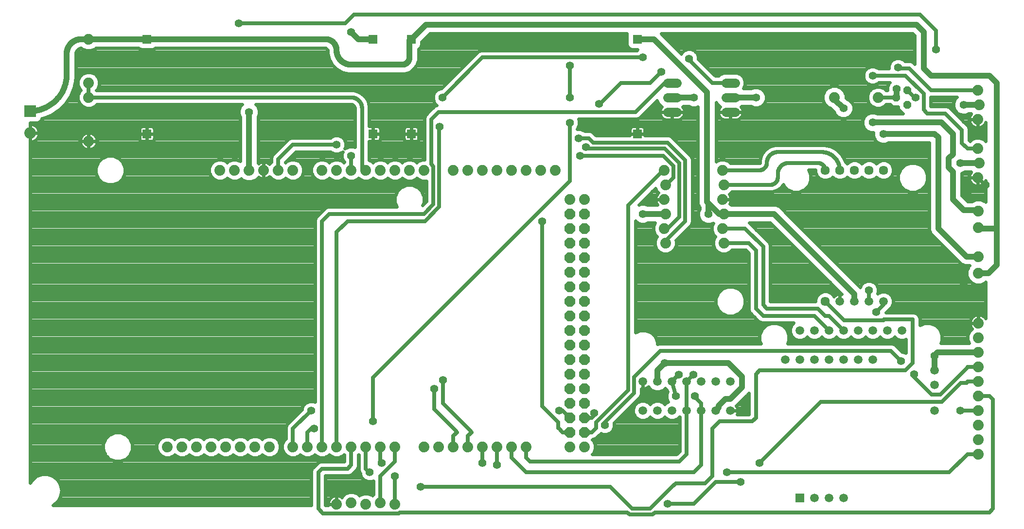
<source format=gbl>
G75*
%MOIN*%
%OFA0B0*%
%FSLAX25Y25*%
%IPPOS*%
%LPD*%
%AMOC8*
5,1,8,0,0,1.08239X$1,22.5*
%
%ADD10R,0.08000X0.08000*%
%ADD11C,0.08000*%
%ADD12R,0.05943X0.05943*%
%ADD13C,0.07400*%
%ADD14OC8,0.07400*%
%ADD15OC8,0.05600*%
%ADD16C,0.05943*%
%ADD17C,0.06400*%
%ADD18C,0.06337*%
%ADD19C,0.04000*%
%ADD20C,0.02400*%
%ADD21C,0.05540*%
%ADD22C,0.02500*%
D10*
X0060842Y0282000D03*
D11*
X0060842Y0266820D03*
D12*
X0140842Y0266300D03*
X0140842Y0331300D03*
X0295842Y0331300D03*
X0322092Y0331300D03*
X0322092Y0266300D03*
X0295842Y0266300D03*
X0477092Y0266300D03*
X0477092Y0331300D03*
X0588342Y0016300D03*
D13*
X0710842Y0046300D03*
X0710842Y0056300D03*
X0710842Y0066300D03*
X0710842Y0076300D03*
X0710842Y0086300D03*
X0710842Y0096300D03*
X0710842Y0106300D03*
X0710842Y0116300D03*
X0710842Y0126300D03*
X0710842Y0136300D03*
X0710842Y0170600D03*
X0710842Y0182000D03*
X0710842Y0201850D03*
X0710842Y0213250D03*
X0710342Y0236300D03*
X0711342Y0246300D03*
X0710342Y0256300D03*
X0710342Y0276300D03*
X0711342Y0286300D03*
X0710342Y0296300D03*
X0642092Y0291300D03*
X0612092Y0291300D03*
X0535342Y0241300D03*
X0536342Y0231300D03*
X0535342Y0221300D03*
X0536342Y0211300D03*
X0535342Y0201300D03*
X0536342Y0191300D03*
X0496342Y0191300D03*
X0495342Y0201300D03*
X0496342Y0211300D03*
X0495342Y0221300D03*
X0496342Y0231300D03*
X0495342Y0241300D03*
X0440842Y0221300D03*
X0430842Y0221300D03*
X0420842Y0241300D03*
X0410842Y0241300D03*
X0400842Y0241300D03*
X0390842Y0241300D03*
X0380842Y0241300D03*
X0370842Y0241300D03*
X0360842Y0241300D03*
X0350842Y0241300D03*
X0330842Y0241300D03*
X0320842Y0241300D03*
X0310842Y0241300D03*
X0300842Y0241300D03*
X0290842Y0241300D03*
X0280842Y0241300D03*
X0270842Y0241300D03*
X0260842Y0241300D03*
X0240842Y0241300D03*
X0230842Y0241300D03*
X0220842Y0241300D03*
X0210842Y0241300D03*
X0200842Y0241300D03*
X0190842Y0241300D03*
X0100842Y0261300D03*
X0100842Y0291300D03*
X0100842Y0301300D03*
X0100842Y0331300D03*
X0154842Y0051300D03*
X0164842Y0051300D03*
X0174842Y0051300D03*
X0184842Y0051300D03*
X0194842Y0051300D03*
X0204842Y0051300D03*
X0214842Y0051300D03*
X0224842Y0051300D03*
X0240842Y0051300D03*
X0250842Y0051300D03*
X0260842Y0051300D03*
X0270842Y0051300D03*
X0280842Y0051300D03*
X0290842Y0051300D03*
X0300842Y0051300D03*
X0310842Y0051300D03*
X0330842Y0051300D03*
X0340842Y0051300D03*
X0350842Y0051300D03*
X0360842Y0051300D03*
X0370842Y0051300D03*
X0380842Y0051300D03*
X0390842Y0051300D03*
X0400842Y0051300D03*
X0430842Y0051300D03*
X0440842Y0051300D03*
X0310842Y0012050D03*
X0300842Y0013050D03*
X0290842Y0012050D03*
X0280842Y0013050D03*
X0270842Y0012050D03*
D14*
X0430842Y0061300D03*
X0440842Y0061300D03*
X0440842Y0071300D03*
X0430842Y0071300D03*
X0430842Y0081300D03*
X0440842Y0081300D03*
X0440842Y0091300D03*
X0430842Y0091300D03*
X0430842Y0101300D03*
X0440842Y0101300D03*
X0440842Y0111300D03*
X0430842Y0111300D03*
X0430842Y0121300D03*
X0440842Y0121300D03*
X0440842Y0131300D03*
X0430842Y0131300D03*
X0430842Y0141300D03*
X0440842Y0141300D03*
X0440842Y0151300D03*
X0430842Y0151300D03*
X0430842Y0161300D03*
X0440842Y0161300D03*
X0440842Y0171300D03*
X0430842Y0171300D03*
X0430842Y0181300D03*
X0440842Y0181300D03*
X0440842Y0191300D03*
X0430842Y0191300D03*
X0430842Y0201300D03*
X0440842Y0201300D03*
X0440842Y0211300D03*
X0430842Y0211300D03*
D15*
X0654592Y0291300D03*
X0662092Y0286300D03*
X0662092Y0296300D03*
D16*
X0645842Y0151300D03*
X0635842Y0151300D03*
X0625842Y0151300D03*
X0615842Y0151300D03*
X0618342Y0131300D03*
X0608342Y0131300D03*
X0598342Y0131300D03*
X0588342Y0131300D03*
X0588342Y0111300D03*
X0578342Y0111300D03*
X0598342Y0111300D03*
X0608342Y0111300D03*
X0618342Y0111300D03*
X0628342Y0111300D03*
X0638342Y0111300D03*
X0638342Y0131300D03*
X0648342Y0131300D03*
X0658342Y0131300D03*
X0628342Y0131300D03*
X0680842Y0103800D03*
X0680842Y0093800D03*
X0680842Y0076300D03*
X0618342Y0016300D03*
X0608342Y0016300D03*
X0598342Y0016300D03*
X0540842Y0076300D03*
X0530842Y0076300D03*
X0520842Y0076300D03*
X0510842Y0076300D03*
X0500842Y0076300D03*
X0490842Y0076300D03*
X0480842Y0076300D03*
X0480842Y0096300D03*
X0490842Y0096300D03*
X0500842Y0096300D03*
X0510842Y0096300D03*
X0520842Y0096300D03*
X0530842Y0096300D03*
X0540842Y0096300D03*
D17*
X0537642Y0281300D02*
X0544042Y0281300D01*
X0544042Y0291300D02*
X0537642Y0291300D01*
X0537642Y0301300D02*
X0544042Y0301300D01*
X0504042Y0301300D02*
X0497642Y0301300D01*
X0497642Y0291300D02*
X0504042Y0291300D01*
X0504042Y0281300D02*
X0497642Y0281300D01*
D18*
X0605842Y0241300D03*
X0615842Y0241300D03*
X0625842Y0241300D03*
X0635842Y0241300D03*
X0645842Y0241300D03*
X0605842Y0151300D03*
D19*
X0625842Y0151300D02*
X0625842Y0156300D01*
X0570842Y0211300D01*
X0536342Y0211300D01*
X0533038Y0211300D01*
X0525842Y0218496D01*
X0525690Y0218648D01*
X0524781Y0219557D01*
X0524781Y0294861D01*
X0488342Y0331300D01*
X0477092Y0331300D01*
X0500842Y0291300D02*
X0515842Y0291300D01*
X0540842Y0291300D02*
X0558342Y0291300D01*
X0612092Y0291300D02*
X0612092Y0290050D01*
X0618342Y0283800D01*
X0638342Y0274070D02*
X0685572Y0274070D01*
X0693342Y0266300D01*
X0693342Y0252288D01*
X0690572Y0249518D01*
X0690572Y0243082D01*
X0693342Y0240312D01*
X0693342Y0221300D01*
X0700842Y0213800D01*
X0710292Y0213800D01*
X0710842Y0213250D01*
X0710842Y0201850D02*
X0711392Y0201300D01*
X0720842Y0201300D01*
X0723342Y0201300D01*
X0723342Y0301300D01*
X0718342Y0306300D01*
X0678342Y0306300D01*
X0673342Y0311300D01*
X0673342Y0336300D01*
X0668342Y0341300D01*
X0332092Y0341300D01*
X0322092Y0331300D01*
X0322024Y0331298D01*
X0321957Y0331293D01*
X0321890Y0331284D01*
X0321823Y0331271D01*
X0321758Y0331254D01*
X0321693Y0331235D01*
X0321629Y0331211D01*
X0321567Y0331184D01*
X0321506Y0331154D01*
X0321448Y0331121D01*
X0321391Y0331085D01*
X0321336Y0331045D01*
X0321283Y0331003D01*
X0321232Y0330957D01*
X0321185Y0330910D01*
X0321139Y0330859D01*
X0321097Y0330806D01*
X0321057Y0330751D01*
X0321021Y0330694D01*
X0320988Y0330636D01*
X0320958Y0330575D01*
X0320931Y0330513D01*
X0320907Y0330449D01*
X0320888Y0330384D01*
X0320871Y0330319D01*
X0320858Y0330252D01*
X0320849Y0330185D01*
X0320844Y0330118D01*
X0320842Y0330050D01*
X0320842Y0318800D01*
X0320840Y0318660D01*
X0320834Y0318520D01*
X0320824Y0318380D01*
X0320811Y0318240D01*
X0320793Y0318101D01*
X0320771Y0317962D01*
X0320746Y0317825D01*
X0320717Y0317687D01*
X0320684Y0317551D01*
X0320647Y0317416D01*
X0320606Y0317282D01*
X0320561Y0317149D01*
X0320513Y0317017D01*
X0320461Y0316887D01*
X0320406Y0316758D01*
X0320347Y0316631D01*
X0320284Y0316505D01*
X0320218Y0316381D01*
X0320149Y0316260D01*
X0320076Y0316140D01*
X0319999Y0316022D01*
X0319920Y0315907D01*
X0319837Y0315793D01*
X0319751Y0315683D01*
X0319662Y0315574D01*
X0319570Y0315468D01*
X0319475Y0315365D01*
X0319378Y0315264D01*
X0319277Y0315167D01*
X0319174Y0315072D01*
X0319068Y0314980D01*
X0318959Y0314891D01*
X0318849Y0314805D01*
X0318735Y0314722D01*
X0318620Y0314643D01*
X0318502Y0314566D01*
X0318382Y0314493D01*
X0318261Y0314424D01*
X0318137Y0314358D01*
X0318011Y0314295D01*
X0317884Y0314236D01*
X0317755Y0314181D01*
X0317625Y0314129D01*
X0317493Y0314081D01*
X0317360Y0314036D01*
X0317226Y0313995D01*
X0317091Y0313958D01*
X0316955Y0313925D01*
X0316817Y0313896D01*
X0316680Y0313871D01*
X0316541Y0313849D01*
X0316402Y0313831D01*
X0316262Y0313818D01*
X0316122Y0313808D01*
X0315982Y0313802D01*
X0315842Y0313800D01*
X0280842Y0313800D01*
X0280600Y0313803D01*
X0280359Y0313812D01*
X0280118Y0313826D01*
X0279877Y0313847D01*
X0279637Y0313873D01*
X0279397Y0313905D01*
X0279158Y0313943D01*
X0278921Y0313986D01*
X0278684Y0314036D01*
X0278449Y0314091D01*
X0278215Y0314151D01*
X0277983Y0314218D01*
X0277752Y0314289D01*
X0277523Y0314367D01*
X0277296Y0314450D01*
X0277071Y0314538D01*
X0276848Y0314632D01*
X0276628Y0314731D01*
X0276410Y0314836D01*
X0276195Y0314945D01*
X0275982Y0315060D01*
X0275772Y0315180D01*
X0275566Y0315305D01*
X0275362Y0315435D01*
X0275161Y0315570D01*
X0274964Y0315710D01*
X0274770Y0315854D01*
X0274580Y0316003D01*
X0274394Y0316157D01*
X0274211Y0316315D01*
X0274032Y0316477D01*
X0273857Y0316644D01*
X0273686Y0316815D01*
X0273519Y0316990D01*
X0273357Y0317169D01*
X0273199Y0317352D01*
X0273045Y0317538D01*
X0272896Y0317728D01*
X0272752Y0317922D01*
X0272612Y0318119D01*
X0272477Y0318320D01*
X0272347Y0318524D01*
X0272222Y0318730D01*
X0272102Y0318940D01*
X0271987Y0319153D01*
X0271878Y0319368D01*
X0271773Y0319586D01*
X0271674Y0319806D01*
X0271580Y0320029D01*
X0271492Y0320254D01*
X0271409Y0320481D01*
X0271331Y0320710D01*
X0271260Y0320941D01*
X0271193Y0321173D01*
X0271133Y0321407D01*
X0271078Y0321642D01*
X0271028Y0321879D01*
X0270985Y0322116D01*
X0270947Y0322355D01*
X0270915Y0322595D01*
X0270889Y0322835D01*
X0270868Y0323076D01*
X0270854Y0323317D01*
X0270845Y0323558D01*
X0270842Y0323800D01*
X0270840Y0323981D01*
X0270833Y0324162D01*
X0270822Y0324343D01*
X0270807Y0324524D01*
X0270787Y0324704D01*
X0270763Y0324884D01*
X0270735Y0325063D01*
X0270702Y0325241D01*
X0270665Y0325418D01*
X0270624Y0325595D01*
X0270579Y0325770D01*
X0270529Y0325945D01*
X0270475Y0326118D01*
X0270417Y0326289D01*
X0270355Y0326460D01*
X0270288Y0326628D01*
X0270218Y0326795D01*
X0270144Y0326961D01*
X0270065Y0327124D01*
X0269983Y0327285D01*
X0269897Y0327445D01*
X0269807Y0327602D01*
X0269713Y0327757D01*
X0269616Y0327910D01*
X0269514Y0328060D01*
X0269410Y0328208D01*
X0269301Y0328354D01*
X0269190Y0328496D01*
X0269074Y0328636D01*
X0268956Y0328773D01*
X0268834Y0328908D01*
X0268709Y0329039D01*
X0268581Y0329167D01*
X0268450Y0329292D01*
X0268315Y0329414D01*
X0268178Y0329532D01*
X0268038Y0329648D01*
X0267896Y0329759D01*
X0267750Y0329868D01*
X0267602Y0329972D01*
X0267452Y0330074D01*
X0267299Y0330171D01*
X0267144Y0330265D01*
X0266987Y0330355D01*
X0266827Y0330441D01*
X0266666Y0330523D01*
X0266503Y0330602D01*
X0266337Y0330676D01*
X0266170Y0330746D01*
X0266002Y0330813D01*
X0265831Y0330875D01*
X0265660Y0330933D01*
X0265487Y0330987D01*
X0265312Y0331037D01*
X0265137Y0331082D01*
X0264960Y0331123D01*
X0264783Y0331160D01*
X0264605Y0331193D01*
X0264426Y0331221D01*
X0264246Y0331245D01*
X0264066Y0331265D01*
X0263885Y0331280D01*
X0263704Y0331291D01*
X0263523Y0331298D01*
X0263342Y0331300D01*
X0140842Y0331300D01*
X0100842Y0331300D01*
X0095842Y0331300D01*
X0095600Y0331297D01*
X0095359Y0331288D01*
X0095118Y0331274D01*
X0094877Y0331253D01*
X0094637Y0331227D01*
X0094397Y0331195D01*
X0094158Y0331157D01*
X0093921Y0331114D01*
X0093684Y0331064D01*
X0093449Y0331009D01*
X0093215Y0330949D01*
X0092983Y0330882D01*
X0092752Y0330811D01*
X0092523Y0330733D01*
X0092296Y0330650D01*
X0092071Y0330562D01*
X0091848Y0330468D01*
X0091628Y0330369D01*
X0091410Y0330264D01*
X0091195Y0330155D01*
X0090982Y0330040D01*
X0090772Y0329920D01*
X0090566Y0329795D01*
X0090362Y0329665D01*
X0090161Y0329530D01*
X0089964Y0329390D01*
X0089770Y0329246D01*
X0089580Y0329097D01*
X0089394Y0328943D01*
X0089211Y0328785D01*
X0089032Y0328623D01*
X0088857Y0328456D01*
X0088686Y0328285D01*
X0088519Y0328110D01*
X0088357Y0327931D01*
X0088199Y0327748D01*
X0088045Y0327562D01*
X0087896Y0327372D01*
X0087752Y0327178D01*
X0087612Y0326981D01*
X0087477Y0326780D01*
X0087347Y0326576D01*
X0087222Y0326370D01*
X0087102Y0326160D01*
X0086987Y0325947D01*
X0086878Y0325732D01*
X0086773Y0325514D01*
X0086674Y0325294D01*
X0086580Y0325071D01*
X0086492Y0324846D01*
X0086409Y0324619D01*
X0086331Y0324390D01*
X0086260Y0324159D01*
X0086193Y0323927D01*
X0086133Y0323693D01*
X0086078Y0323458D01*
X0086028Y0323221D01*
X0085985Y0322984D01*
X0085947Y0322745D01*
X0085915Y0322505D01*
X0085889Y0322265D01*
X0085868Y0322024D01*
X0085854Y0321783D01*
X0085845Y0321542D01*
X0085842Y0321300D01*
X0085842Y0307000D01*
X0085835Y0306396D01*
X0085813Y0305792D01*
X0085776Y0305189D01*
X0085725Y0304587D01*
X0085660Y0303987D01*
X0085580Y0303388D01*
X0085485Y0302791D01*
X0085376Y0302197D01*
X0085253Y0301605D01*
X0085116Y0301017D01*
X0084964Y0300432D01*
X0084798Y0299851D01*
X0084618Y0299275D01*
X0084425Y0298702D01*
X0084217Y0298135D01*
X0083996Y0297573D01*
X0083762Y0297016D01*
X0083514Y0296465D01*
X0083253Y0295920D01*
X0082978Y0295382D01*
X0082691Y0294850D01*
X0082391Y0294326D01*
X0082079Y0293809D01*
X0081754Y0293300D01*
X0081417Y0292798D01*
X0081067Y0292305D01*
X0080706Y0291821D01*
X0080334Y0291345D01*
X0079950Y0290879D01*
X0079555Y0290422D01*
X0079149Y0289975D01*
X0078732Y0289537D01*
X0078305Y0289110D01*
X0077867Y0288693D01*
X0077420Y0288287D01*
X0076963Y0287892D01*
X0076497Y0287508D01*
X0076021Y0287136D01*
X0075537Y0286775D01*
X0075044Y0286425D01*
X0074542Y0286088D01*
X0074033Y0285763D01*
X0073516Y0285451D01*
X0072992Y0285151D01*
X0072460Y0284864D01*
X0071922Y0284589D01*
X0071377Y0284328D01*
X0070826Y0284080D01*
X0070269Y0283846D01*
X0069707Y0283625D01*
X0069140Y0283417D01*
X0068567Y0283224D01*
X0067991Y0283044D01*
X0067410Y0282878D01*
X0066825Y0282726D01*
X0066237Y0282589D01*
X0065645Y0282466D01*
X0065051Y0282357D01*
X0064454Y0282262D01*
X0063855Y0282182D01*
X0063255Y0282117D01*
X0062653Y0282066D01*
X0062050Y0282029D01*
X0061446Y0282007D01*
X0060842Y0282000D01*
X0210842Y0281300D02*
X0210842Y0241300D01*
X0285842Y0331300D02*
X0295842Y0331300D01*
X0285842Y0331300D02*
X0280842Y0336300D01*
X0480842Y0211300D02*
X0496342Y0211300D01*
X0525842Y0211300D02*
X0525842Y0218496D01*
X0645842Y0266300D02*
X0680842Y0266300D01*
X0683342Y0263800D01*
X0683342Y0201300D01*
X0702642Y0182000D01*
X0710842Y0182000D01*
X0717642Y0170600D02*
X0723342Y0176300D01*
X0723342Y0201300D01*
X0717642Y0170600D02*
X0710842Y0170600D01*
X0710842Y0116300D02*
X0682842Y0116300D01*
X0681842Y0115300D01*
X0680842Y0113800D01*
X0680842Y0103800D01*
X0548814Y0099602D02*
X0548814Y0092243D01*
X0540842Y0084272D01*
X0537540Y0084272D01*
X0532870Y0079602D01*
X0532870Y0078328D01*
X0530842Y0076300D01*
X0490842Y0096300D02*
X0490842Y0103800D01*
X0495842Y0108800D01*
X0539616Y0108800D01*
X0548814Y0099602D01*
X0698342Y0246300D02*
X0711342Y0246300D01*
X0711342Y0286300D02*
X0700842Y0286300D01*
X0654842Y0291550D02*
X0654592Y0291300D01*
X0654842Y0291550D02*
X0654842Y0297300D01*
D20*
X0060842Y0266820D02*
X0060842Y0026579D01*
X0062052Y0028676D01*
X0062052Y0028676D01*
X0062052Y0028676D01*
X0065105Y0031237D01*
X0065105Y0031237D01*
X0068849Y0032600D01*
X0072834Y0032600D01*
X0076579Y0031237D01*
X0076579Y0031237D01*
X0079632Y0028676D01*
X0079632Y0028676D01*
X0081624Y0025224D01*
X0081624Y0025224D01*
X0082316Y0021300D01*
X0082316Y0021300D01*
X0081624Y0017376D01*
X0081624Y0017376D01*
X0079632Y0013924D01*
X0079632Y0013924D01*
X0079632Y0013924D01*
X0076579Y0011363D01*
X0076579Y0011363D01*
X0076406Y0011300D01*
X0253492Y0011300D01*
X0253492Y0034765D01*
X0254230Y0036547D01*
X0255595Y0037912D01*
X0256730Y0039047D01*
X0258095Y0040412D01*
X0259877Y0041150D01*
X0275992Y0041150D01*
X0275992Y0045826D01*
X0275842Y0045976D01*
X0274977Y0045111D01*
X0272294Y0044000D01*
X0269390Y0044000D01*
X0266707Y0045111D01*
X0265842Y0045976D01*
X0264977Y0045111D01*
X0262294Y0044000D01*
X0259390Y0044000D01*
X0256707Y0045111D01*
X0255842Y0045976D01*
X0254977Y0045111D01*
X0252294Y0044000D01*
X0249390Y0044000D01*
X0246707Y0045111D01*
X0245842Y0045976D01*
X0244977Y0045111D01*
X0242294Y0044000D01*
X0239390Y0044000D01*
X0236707Y0045111D01*
X0234653Y0047165D01*
X0233542Y0049848D01*
X0233542Y0052752D01*
X0234653Y0055435D01*
X0235992Y0056774D01*
X0235992Y0064765D01*
X0236730Y0066547D01*
X0246972Y0076789D01*
X0246972Y0077567D01*
X0247942Y0079908D01*
X0249733Y0081700D01*
X0252075Y0082670D01*
X0254609Y0082670D01*
X0255992Y0082097D01*
X0255992Y0207265D01*
X0256730Y0209047D01*
X0258095Y0210412D01*
X0261730Y0214047D01*
X0263095Y0215412D01*
X0264877Y0216150D01*
X0312260Y0216150D01*
X0310943Y0219331D01*
X0310943Y0223269D01*
X0312450Y0226907D01*
X0315234Y0229692D01*
X0318873Y0231199D01*
X0322811Y0231199D01*
X0326449Y0229692D01*
X0329234Y0226907D01*
X0330741Y0223269D01*
X0330741Y0219331D01*
X0329841Y0217158D01*
X0332442Y0219759D01*
X0332442Y0234061D01*
X0332294Y0234000D01*
X0329390Y0234000D01*
X0326707Y0235111D01*
X0325842Y0235976D01*
X0324977Y0235111D01*
X0322294Y0234000D01*
X0319390Y0234000D01*
X0316707Y0235111D01*
X0315842Y0235976D01*
X0314977Y0235111D01*
X0312294Y0234000D01*
X0309390Y0234000D01*
X0306707Y0235111D01*
X0305842Y0235976D01*
X0304977Y0235111D01*
X0302294Y0234000D01*
X0299390Y0234000D01*
X0296707Y0235111D01*
X0295842Y0235976D01*
X0294977Y0235111D01*
X0292294Y0234000D01*
X0289390Y0234000D01*
X0286707Y0235111D01*
X0285842Y0235976D01*
X0284977Y0235111D01*
X0282294Y0234000D01*
X0279390Y0234000D01*
X0276707Y0235111D01*
X0275842Y0235976D01*
X0274977Y0235111D01*
X0272294Y0234000D01*
X0269390Y0234000D01*
X0266707Y0235111D01*
X0265842Y0235976D01*
X0264977Y0235111D01*
X0262294Y0234000D01*
X0259390Y0234000D01*
X0256707Y0235111D01*
X0254653Y0237165D01*
X0253542Y0239848D01*
X0253542Y0242752D01*
X0254653Y0245435D01*
X0256707Y0247489D01*
X0259390Y0248600D01*
X0262294Y0248600D01*
X0264977Y0247489D01*
X0265842Y0246624D01*
X0266707Y0247489D01*
X0269390Y0248600D01*
X0272294Y0248600D01*
X0274977Y0247489D01*
X0275842Y0246624D01*
X0275992Y0246774D01*
X0275992Y0247141D01*
X0275442Y0247692D01*
X0274472Y0250033D01*
X0274472Y0252567D01*
X0275076Y0254026D01*
X0274450Y0253400D01*
X0272109Y0252430D01*
X0269575Y0252430D01*
X0267233Y0253400D01*
X0266683Y0253950D01*
X0242851Y0253950D01*
X0235692Y0246791D01*
X0235692Y0246774D01*
X0235842Y0246624D01*
X0236707Y0247489D01*
X0239390Y0248600D01*
X0242294Y0248600D01*
X0244977Y0247489D01*
X0247030Y0245435D01*
X0248142Y0242752D01*
X0248142Y0239848D01*
X0247030Y0237165D01*
X0244977Y0235111D01*
X0242294Y0234000D01*
X0239390Y0234000D01*
X0236707Y0235111D01*
X0235842Y0235976D01*
X0234977Y0235111D01*
X0232294Y0234000D01*
X0229390Y0234000D01*
X0226707Y0235111D01*
X0224852Y0236966D01*
X0224685Y0236800D01*
X0223934Y0236254D01*
X0223107Y0235832D01*
X0222223Y0235545D01*
X0221306Y0235400D01*
X0220842Y0235400D01*
X0220842Y0241300D01*
X0220842Y0241300D01*
X0220842Y0247200D01*
X0221306Y0247200D01*
X0222223Y0247055D01*
X0223107Y0246768D01*
X0223934Y0246346D01*
X0224685Y0245800D01*
X0224852Y0245634D01*
X0225992Y0246774D01*
X0225992Y0249765D01*
X0226730Y0251547D01*
X0236730Y0261547D01*
X0238095Y0262912D01*
X0239877Y0263650D01*
X0266683Y0263650D01*
X0267233Y0264200D01*
X0269575Y0265170D01*
X0272109Y0265170D01*
X0274450Y0264200D01*
X0276242Y0262408D01*
X0277212Y0260067D01*
X0277212Y0257533D01*
X0276608Y0256074D01*
X0277233Y0256700D01*
X0279575Y0257670D01*
X0282109Y0257670D01*
X0283492Y0257097D01*
X0283492Y0283800D01*
X0283459Y0284215D01*
X0283203Y0285003D01*
X0282716Y0285674D01*
X0282045Y0286161D01*
X0281256Y0286417D01*
X0280842Y0286450D01*
X0215549Y0286450D01*
X0216751Y0285248D01*
X0217812Y0282686D01*
X0217812Y0279914D01*
X0217042Y0278055D01*
X0217042Y0246272D01*
X0217297Y0246017D01*
X0217750Y0246346D01*
X0218577Y0246768D01*
X0219460Y0247055D01*
X0220377Y0247200D01*
X0220842Y0247200D01*
X0220842Y0241300D01*
X0220842Y0241300D01*
X0220842Y0235400D01*
X0220377Y0235400D01*
X0219460Y0235545D01*
X0218577Y0235832D01*
X0217750Y0236254D01*
X0217297Y0236583D01*
X0215317Y0234603D01*
X0212413Y0233400D01*
X0209270Y0233400D01*
X0206367Y0234603D01*
X0205418Y0235552D01*
X0204977Y0235111D01*
X0202294Y0234000D01*
X0199390Y0234000D01*
X0196707Y0235111D01*
X0195842Y0235976D01*
X0194977Y0235111D01*
X0192294Y0234000D01*
X0189390Y0234000D01*
X0186707Y0235111D01*
X0184653Y0237165D01*
X0183542Y0239848D01*
X0183542Y0242752D01*
X0184653Y0245435D01*
X0186707Y0247489D01*
X0189390Y0248600D01*
X0192294Y0248600D01*
X0194977Y0247489D01*
X0195842Y0246624D01*
X0196707Y0247489D01*
X0199390Y0248600D01*
X0202294Y0248600D01*
X0204642Y0247627D01*
X0204642Y0278055D01*
X0203872Y0279914D01*
X0203872Y0282686D01*
X0204933Y0285248D01*
X0206135Y0286450D01*
X0106316Y0286450D01*
X0104977Y0285111D01*
X0102294Y0284000D01*
X0099390Y0284000D01*
X0096707Y0285111D01*
X0094653Y0287165D01*
X0093542Y0289848D01*
X0093542Y0292752D01*
X0094653Y0295435D01*
X0095518Y0296300D01*
X0094653Y0297165D01*
X0093542Y0299848D01*
X0093542Y0302752D01*
X0094653Y0305435D01*
X0096707Y0307489D01*
X0099390Y0308600D01*
X0102294Y0308600D01*
X0104977Y0307489D01*
X0107030Y0305435D01*
X0108142Y0302752D01*
X0108142Y0299848D01*
X0107030Y0297165D01*
X0106166Y0296300D01*
X0106316Y0296150D01*
X0282798Y0296150D01*
X0286518Y0294941D01*
X0286518Y0294941D01*
X0289683Y0292642D01*
X0289683Y0292642D01*
X0289683Y0292642D01*
X0291983Y0289477D01*
X0291983Y0289477D01*
X0293192Y0285756D01*
X0293192Y0271472D01*
X0295842Y0271472D01*
X0295842Y0266300D01*
X0301013Y0266300D01*
X0295842Y0266300D01*
X0295842Y0266300D01*
X0295842Y0266300D01*
X0295842Y0261128D01*
X0299103Y0261128D01*
X0299663Y0261278D01*
X0300164Y0261568D01*
X0300574Y0261978D01*
X0300864Y0262479D01*
X0301013Y0263039D01*
X0301013Y0266300D01*
X0301013Y0269561D01*
X0300864Y0270121D01*
X0300574Y0270622D01*
X0300164Y0271032D01*
X0299663Y0271322D01*
X0299103Y0271472D01*
X0295842Y0271472D01*
X0295842Y0266300D01*
X0295842Y0266300D01*
X0295842Y0261128D01*
X0293192Y0261128D01*
X0293192Y0248228D01*
X0294977Y0247489D01*
X0295842Y0246624D01*
X0296707Y0247489D01*
X0299390Y0248600D01*
X0302294Y0248600D01*
X0304977Y0247489D01*
X0305842Y0246624D01*
X0306707Y0247489D01*
X0309390Y0248600D01*
X0312294Y0248600D01*
X0314977Y0247489D01*
X0315842Y0246624D01*
X0316707Y0247489D01*
X0319390Y0248600D01*
X0322294Y0248600D01*
X0324977Y0247489D01*
X0325842Y0246624D01*
X0326707Y0247489D01*
X0329390Y0248600D01*
X0330992Y0248600D01*
X0330992Y0277265D01*
X0331730Y0279047D01*
X0333095Y0280412D01*
X0338095Y0285412D01*
X0339599Y0286035D01*
X0337942Y0287692D01*
X0336972Y0290033D01*
X0336972Y0292567D01*
X0337942Y0294908D01*
X0339733Y0296700D01*
X0342075Y0297670D01*
X0342853Y0297670D01*
X0366730Y0321547D01*
X0368095Y0322912D01*
X0369877Y0323650D01*
X0476683Y0323650D01*
X0477162Y0324128D01*
X0473285Y0324128D01*
X0471741Y0324768D01*
X0470560Y0325949D01*
X0469920Y0327493D01*
X0469920Y0335100D01*
X0334660Y0335100D01*
X0329263Y0329704D01*
X0329263Y0327493D01*
X0328624Y0325949D01*
X0327443Y0324768D01*
X0327042Y0324602D01*
X0327042Y0317026D01*
X0325945Y0313652D01*
X0325945Y0313652D01*
X0323860Y0310782D01*
X0323860Y0310782D01*
X0323860Y0310782D01*
X0320990Y0308696D01*
X0320990Y0308696D01*
X0317616Y0307600D01*
X0278709Y0307600D01*
X0274589Y0308704D01*
X0274589Y0308704D01*
X0270895Y0310837D01*
X0270895Y0310837D01*
X0267879Y0313853D01*
X0267879Y0313853D01*
X0265746Y0317547D01*
X0265746Y0317547D01*
X0264642Y0321667D01*
X0264642Y0323800D01*
X0264626Y0324003D01*
X0264500Y0324390D01*
X0264261Y0324719D01*
X0263932Y0324958D01*
X0263545Y0325084D01*
X0263342Y0325100D01*
X0146525Y0325100D01*
X0146193Y0324768D01*
X0144649Y0324128D01*
X0137035Y0324128D01*
X0135491Y0324768D01*
X0135159Y0325100D01*
X0105814Y0325100D01*
X0105317Y0324603D01*
X0102413Y0323400D01*
X0099270Y0323400D01*
X0096367Y0324603D01*
X0095870Y0325100D01*
X0095842Y0325100D01*
X0095346Y0325067D01*
X0094388Y0324811D01*
X0093529Y0324315D01*
X0092827Y0323613D01*
X0092331Y0322754D01*
X0092074Y0321796D01*
X0092042Y0321300D01*
X0092042Y0303927D01*
X0090843Y0297899D01*
X0090843Y0297899D01*
X0088491Y0292221D01*
X0088491Y0292221D01*
X0085076Y0287111D01*
X0085076Y0287111D01*
X0080731Y0282765D01*
X0080731Y0282765D01*
X0075621Y0279351D01*
X0075621Y0279351D01*
X0069943Y0276999D01*
X0069942Y0276999D01*
X0068886Y0276789D01*
X0068402Y0275621D01*
X0067221Y0274439D01*
X0065677Y0273800D01*
X0060842Y0273800D01*
X0060842Y0266821D01*
X0060842Y0266821D01*
X0060842Y0273020D01*
X0061330Y0273020D01*
X0062294Y0272868D01*
X0063222Y0272566D01*
X0064091Y0272123D01*
X0064881Y0271550D01*
X0065571Y0270859D01*
X0066145Y0270070D01*
X0066588Y0269200D01*
X0066889Y0268272D01*
X0067042Y0267308D01*
X0067042Y0266821D01*
X0060842Y0266821D01*
X0060842Y0266820D01*
X0060842Y0260620D01*
X0061330Y0260620D01*
X0062294Y0260773D01*
X0063222Y0261075D01*
X0064091Y0261518D01*
X0064881Y0262091D01*
X0065571Y0262781D01*
X0066145Y0263571D01*
X0066588Y0264440D01*
X0066889Y0265369D01*
X0067042Y0266333D01*
X0067042Y0266820D01*
X0060842Y0266820D01*
X0060842Y0266820D01*
X0060842Y0267535D02*
X0060842Y0267535D01*
X0060842Y0269933D02*
X0060842Y0269933D01*
X0060842Y0272332D02*
X0060842Y0272332D01*
X0063682Y0272332D02*
X0204642Y0272332D01*
X0204642Y0274730D02*
X0067512Y0274730D01*
X0070256Y0277129D02*
X0204642Y0277129D01*
X0204032Y0279527D02*
X0075885Y0279527D01*
X0079474Y0281926D02*
X0203872Y0281926D01*
X0204550Y0284324D02*
X0103077Y0284324D01*
X0098607Y0284324D02*
X0082290Y0284324D01*
X0084688Y0286723D02*
X0095095Y0286723D01*
X0093843Y0289121D02*
X0086420Y0289121D01*
X0088022Y0291520D02*
X0093542Y0291520D01*
X0094025Y0293918D02*
X0089194Y0293918D01*
X0090187Y0296317D02*
X0095501Y0296317D01*
X0094011Y0298715D02*
X0091005Y0298715D01*
X0091482Y0301114D02*
X0093542Y0301114D01*
X0093857Y0303512D02*
X0091959Y0303512D01*
X0092042Y0305911D02*
X0095129Y0305911D01*
X0092042Y0308309D02*
X0098688Y0308309D01*
X0102995Y0308309D02*
X0276061Y0308309D01*
X0271118Y0310708D02*
X0092042Y0310708D01*
X0092042Y0313106D02*
X0268625Y0313106D01*
X0266925Y0315505D02*
X0092042Y0315505D01*
X0092042Y0317903D02*
X0265650Y0317903D01*
X0265008Y0320302D02*
X0092042Y0320302D01*
X0092317Y0322701D02*
X0264642Y0322701D01*
X0263354Y0325099D02*
X0146524Y0325099D01*
X0135160Y0325099D02*
X0105813Y0325099D01*
X0095870Y0325099D02*
X0095827Y0325099D01*
X0106555Y0305911D02*
X0351094Y0305911D01*
X0353492Y0308309D02*
X0319799Y0308309D01*
X0323759Y0310708D02*
X0355891Y0310708D01*
X0358289Y0313106D02*
X0325549Y0313106D01*
X0326548Y0315505D02*
X0360688Y0315505D01*
X0363086Y0317903D02*
X0327042Y0317903D01*
X0327042Y0320302D02*
X0365485Y0320302D01*
X0367883Y0322701D02*
X0327042Y0322701D01*
X0327774Y0325099D02*
X0471410Y0325099D01*
X0469920Y0327498D02*
X0329263Y0327498D01*
X0329456Y0329896D02*
X0469920Y0329896D01*
X0469920Y0332295D02*
X0331854Y0332295D01*
X0334253Y0334693D02*
X0469920Y0334693D01*
X0493310Y0335100D02*
X0665774Y0335100D01*
X0667142Y0333732D01*
X0667142Y0314359D01*
X0666089Y0315412D01*
X0664307Y0316150D01*
X0660520Y0316150D01*
X0659450Y0317220D01*
X0657109Y0318190D01*
X0654575Y0318190D01*
X0652233Y0317220D01*
X0650442Y0315428D01*
X0649472Y0313087D01*
X0649472Y0311150D01*
X0642500Y0311150D01*
X0641950Y0311700D01*
X0639609Y0312670D01*
X0637075Y0312670D01*
X0634733Y0311700D01*
X0632942Y0309908D01*
X0631972Y0307567D01*
X0631972Y0305033D01*
X0632942Y0302692D01*
X0634733Y0300900D01*
X0637075Y0299930D01*
X0639609Y0299930D01*
X0641950Y0300900D01*
X0642500Y0301450D01*
X0649983Y0301450D01*
X0649442Y0300908D01*
X0648472Y0298567D01*
X0648472Y0296150D01*
X0647566Y0296150D01*
X0646227Y0297489D01*
X0643544Y0298600D01*
X0640640Y0298600D01*
X0637957Y0297489D01*
X0635903Y0295435D01*
X0634792Y0292752D01*
X0634792Y0289848D01*
X0635903Y0287165D01*
X0637957Y0285111D01*
X0640640Y0284000D01*
X0643544Y0284000D01*
X0646227Y0285111D01*
X0647566Y0286450D01*
X0650391Y0286450D01*
X0651941Y0284900D01*
X0655692Y0284900D01*
X0655692Y0283649D01*
X0659071Y0280270D01*
X0641587Y0280270D01*
X0639728Y0281040D01*
X0636955Y0281040D01*
X0634394Y0279979D01*
X0632433Y0278018D01*
X0631372Y0275456D01*
X0631372Y0272684D01*
X0632433Y0270122D01*
X0634394Y0268161D01*
X0636955Y0267100D01*
X0638872Y0267100D01*
X0638872Y0264914D01*
X0639933Y0262352D01*
X0641894Y0260391D01*
X0644455Y0259330D01*
X0647228Y0259330D01*
X0649087Y0260100D01*
X0677142Y0260100D01*
X0677142Y0200067D01*
X0678086Y0197788D01*
X0697386Y0178488D01*
X0699130Y0176744D01*
X0701409Y0175800D01*
X0704870Y0175800D01*
X0704145Y0175075D01*
X0702942Y0172171D01*
X0702942Y0169029D01*
X0704145Y0166125D01*
X0706367Y0163903D01*
X0709270Y0162700D01*
X0712413Y0162700D01*
X0715317Y0163903D01*
X0715814Y0164400D01*
X0715842Y0164400D01*
X0715842Y0139456D01*
X0715342Y0140144D01*
X0714685Y0140800D01*
X0713934Y0141346D01*
X0713107Y0141768D01*
X0712223Y0142055D01*
X0711306Y0142200D01*
X0710842Y0142200D01*
X0710842Y0136300D01*
X0710842Y0136300D01*
X0710842Y0142200D01*
X0710377Y0142200D01*
X0709460Y0142055D01*
X0708577Y0141768D01*
X0707750Y0141346D01*
X0706998Y0140800D01*
X0706342Y0140144D01*
X0705796Y0139392D01*
X0705374Y0138565D01*
X0705087Y0137682D01*
X0704942Y0136764D01*
X0704942Y0136300D01*
X0710842Y0136300D01*
X0704942Y0136300D01*
X0704942Y0135836D01*
X0705087Y0134918D01*
X0705374Y0134035D01*
X0705796Y0133208D01*
X0706342Y0132456D01*
X0706508Y0132290D01*
X0704653Y0130435D01*
X0703542Y0127752D01*
X0703542Y0124848D01*
X0704514Y0122500D01*
X0685119Y0122500D01*
X0685867Y0124306D01*
X0685867Y0128294D01*
X0684341Y0131979D01*
X0681521Y0134799D01*
X0677836Y0136325D01*
X0673848Y0136325D01*
X0670692Y0135018D01*
X0670692Y0139765D01*
X0669953Y0141547D01*
X0668589Y0142912D01*
X0666807Y0143650D01*
X0647551Y0143650D01*
X0649953Y0146053D01*
X0650000Y0146164D01*
X0651413Y0147577D01*
X0652413Y0149993D01*
X0652413Y0152607D01*
X0651413Y0155023D01*
X0649564Y0156871D01*
X0647149Y0157872D01*
X0644535Y0157872D01*
X0642119Y0156871D01*
X0641809Y0156561D01*
X0642212Y0157533D01*
X0642212Y0160067D01*
X0641242Y0162408D01*
X0639450Y0164200D01*
X0637109Y0165170D01*
X0634575Y0165170D01*
X0632233Y0164200D01*
X0630442Y0162408D01*
X0629873Y0161037D01*
X0576098Y0214812D01*
X0574354Y0216556D01*
X0572075Y0217500D01*
X0541314Y0217500D01*
X0540817Y0217997D01*
X0540370Y0218183D01*
X0540388Y0218208D01*
X0540810Y0219035D01*
X0541097Y0219918D01*
X0541242Y0220836D01*
X0541242Y0221300D01*
X0541242Y0221764D01*
X0541097Y0222682D01*
X0540810Y0223565D01*
X0540388Y0224392D01*
X0540007Y0224917D01*
X0540477Y0225111D01*
X0541816Y0226450D01*
X0569307Y0226450D01*
X0569902Y0226450D01*
X0572869Y0227414D01*
X0572869Y0227414D01*
X0575394Y0229248D01*
X0576997Y0231456D01*
X0577343Y0230621D01*
X0580163Y0227801D01*
X0583848Y0226275D01*
X0587836Y0226275D01*
X0591521Y0227801D01*
X0594341Y0230621D01*
X0595867Y0234306D01*
X0595867Y0238294D01*
X0594560Y0241450D01*
X0599073Y0241450D01*
X0599073Y0239954D01*
X0600104Y0237466D01*
X0602008Y0235562D01*
X0604495Y0234531D01*
X0607188Y0234531D01*
X0609676Y0235562D01*
X0610842Y0236728D01*
X0612008Y0235562D01*
X0614495Y0234531D01*
X0617188Y0234531D01*
X0619676Y0235562D01*
X0620842Y0236728D01*
X0622008Y0235562D01*
X0624495Y0234531D01*
X0627188Y0234531D01*
X0629676Y0235562D01*
X0630842Y0236728D01*
X0632008Y0235562D01*
X0634495Y0234531D01*
X0637188Y0234531D01*
X0639676Y0235562D01*
X0640842Y0236728D01*
X0642008Y0235562D01*
X0644495Y0234531D01*
X0647188Y0234531D01*
X0649676Y0235562D01*
X0651580Y0237466D01*
X0652610Y0239954D01*
X0652610Y0242646D01*
X0651580Y0245134D01*
X0649676Y0247038D01*
X0647188Y0248068D01*
X0644495Y0248068D01*
X0642008Y0247038D01*
X0640842Y0245872D01*
X0639676Y0247038D01*
X0637188Y0248068D01*
X0634495Y0248068D01*
X0632008Y0247038D01*
X0630842Y0245872D01*
X0629676Y0247038D01*
X0627188Y0248068D01*
X0624495Y0248068D01*
X0622008Y0247038D01*
X0620842Y0245872D01*
X0619799Y0246914D01*
X0619509Y0247997D01*
X0617225Y0251953D01*
X0613995Y0255183D01*
X0610039Y0257468D01*
X0605626Y0258650D01*
X0571386Y0258650D01*
X0567665Y0257441D01*
X0564500Y0255142D01*
X0562201Y0251977D01*
X0562201Y0251977D01*
X0560992Y0248256D01*
X0560992Y0246300D01*
X0560990Y0246277D01*
X0560975Y0246232D01*
X0560948Y0246194D01*
X0560910Y0246166D01*
X0560865Y0246152D01*
X0560842Y0246150D01*
X0540816Y0246150D01*
X0539477Y0247489D01*
X0536794Y0248600D01*
X0533890Y0248600D01*
X0531207Y0247489D01*
X0530981Y0247263D01*
X0530981Y0288043D01*
X0531368Y0287108D01*
X0533450Y0285027D01*
X0533649Y0284944D01*
X0533523Y0284818D01*
X0533023Y0284130D01*
X0532637Y0283373D01*
X0532375Y0282565D01*
X0532242Y0281725D01*
X0532242Y0281300D01*
X0540842Y0281300D01*
X0549442Y0281300D01*
X0549442Y0281725D01*
X0549309Y0282565D01*
X0549046Y0283373D01*
X0548660Y0284130D01*
X0548161Y0284818D01*
X0548034Y0284944D01*
X0548234Y0285027D01*
X0548307Y0285100D01*
X0555096Y0285100D01*
X0556955Y0284330D01*
X0559728Y0284330D01*
X0562290Y0285391D01*
X0564251Y0287352D01*
X0565312Y0289914D01*
X0565312Y0292686D01*
X0564251Y0295248D01*
X0562290Y0297209D01*
X0559728Y0298270D01*
X0556955Y0298270D01*
X0555096Y0297500D01*
X0549828Y0297500D01*
X0550842Y0299947D01*
X0550842Y0302653D01*
X0549807Y0305152D01*
X0547894Y0307065D01*
X0545394Y0308100D01*
X0536289Y0308100D01*
X0533790Y0307065D01*
X0532875Y0306150D01*
X0530351Y0306150D01*
X0518956Y0317545D01*
X0518956Y0319311D01*
X0517986Y0321653D01*
X0516194Y0323444D01*
X0513853Y0324414D01*
X0511319Y0324414D01*
X0508978Y0323444D01*
X0507186Y0321653D01*
X0507060Y0321350D01*
X0493310Y0335100D01*
X0493717Y0334693D02*
X0666181Y0334693D01*
X0667142Y0332295D02*
X0496115Y0332295D01*
X0498514Y0329896D02*
X0667142Y0329896D01*
X0667142Y0327498D02*
X0500912Y0327498D01*
X0503311Y0325099D02*
X0667142Y0325099D01*
X0667142Y0322701D02*
X0516938Y0322701D01*
X0518546Y0320302D02*
X0667142Y0320302D01*
X0667142Y0317903D02*
X0657801Y0317903D01*
X0653883Y0317903D02*
X0518956Y0317903D01*
X0520996Y0315505D02*
X0650518Y0315505D01*
X0649480Y0313106D02*
X0523394Y0313106D01*
X0525793Y0310708D02*
X0633741Y0310708D01*
X0632279Y0308309D02*
X0528191Y0308309D01*
X0549048Y0305911D02*
X0631972Y0305911D01*
X0632602Y0303512D02*
X0550486Y0303512D01*
X0550842Y0301114D02*
X0634519Y0301114D01*
X0636785Y0296317D02*
X0618247Y0296317D01*
X0618789Y0295775D02*
X0616567Y0297997D01*
X0613663Y0299200D01*
X0610520Y0299200D01*
X0607617Y0297997D01*
X0605395Y0295775D01*
X0604192Y0292871D01*
X0604192Y0289729D01*
X0605395Y0286825D01*
X0607617Y0284603D01*
X0609587Y0283787D01*
X0611663Y0281711D01*
X0612433Y0279852D01*
X0614394Y0277891D01*
X0616955Y0276830D01*
X0619728Y0276830D01*
X0622290Y0277891D01*
X0624251Y0279852D01*
X0625312Y0282414D01*
X0625312Y0285186D01*
X0624251Y0287748D01*
X0622290Y0289709D01*
X0620431Y0290479D01*
X0619992Y0290918D01*
X0619992Y0292871D01*
X0618789Y0295775D01*
X0619558Y0293918D02*
X0635275Y0293918D01*
X0634792Y0291520D02*
X0619992Y0291520D01*
X0622877Y0289121D02*
X0635093Y0289121D01*
X0636345Y0286723D02*
X0624675Y0286723D01*
X0625312Y0284324D02*
X0639857Y0284324D01*
X0644327Y0284324D02*
X0655692Y0284324D01*
X0657415Y0281926D02*
X0625110Y0281926D01*
X0623926Y0279527D02*
X0633942Y0279527D01*
X0632065Y0277129D02*
X0620450Y0277129D01*
X0616234Y0277129D02*
X0547488Y0277129D01*
X0547560Y0277181D02*
X0548161Y0277782D01*
X0548660Y0278470D01*
X0549046Y0279227D01*
X0549309Y0280035D01*
X0549442Y0280875D01*
X0549442Y0281300D01*
X0540842Y0281300D01*
X0540842Y0281300D01*
X0540842Y0275900D01*
X0544467Y0275900D01*
X0545306Y0276033D01*
X0546115Y0276296D01*
X0546872Y0276682D01*
X0547560Y0277181D01*
X0549144Y0279527D02*
X0612757Y0279527D01*
X0611448Y0281926D02*
X0549410Y0281926D01*
X0548519Y0284324D02*
X0608289Y0284324D01*
X0605497Y0286723D02*
X0563622Y0286723D01*
X0564984Y0289121D02*
X0604443Y0289121D01*
X0604192Y0291520D02*
X0565312Y0291520D01*
X0564802Y0293918D02*
X0604625Y0293918D01*
X0605936Y0296317D02*
X0563182Y0296317D01*
X0550331Y0298715D02*
X0609351Y0298715D01*
X0614833Y0298715D02*
X0648533Y0298715D01*
X0648472Y0296317D02*
X0647399Y0296317D01*
X0649647Y0301114D02*
X0642164Y0301114D01*
X0665864Y0315505D02*
X0667142Y0315505D01*
X0678192Y0291450D02*
X0696135Y0291450D01*
X0694933Y0290248D01*
X0693872Y0287686D01*
X0693872Y0284914D01*
X0694933Y0282352D01*
X0696894Y0280391D01*
X0699455Y0279330D01*
X0702228Y0279330D01*
X0704087Y0280100D01*
X0705810Y0280100D01*
X0705296Y0279392D01*
X0704874Y0278565D01*
X0704587Y0277682D01*
X0704442Y0276764D01*
X0704442Y0276300D01*
X0710342Y0276300D01*
X0710342Y0270400D01*
X0710806Y0270400D01*
X0711723Y0270545D01*
X0712607Y0270832D01*
X0713434Y0271254D01*
X0714185Y0271800D01*
X0714842Y0272456D01*
X0715388Y0273208D01*
X0715810Y0274035D01*
X0715842Y0274134D01*
X0715842Y0261124D01*
X0714477Y0262489D01*
X0711794Y0263600D01*
X0708890Y0263600D01*
X0706207Y0262489D01*
X0705109Y0261391D01*
X0704442Y0262059D01*
X0704442Y0269854D01*
X0703703Y0271636D01*
X0692272Y0283067D01*
X0690908Y0284432D01*
X0689125Y0285170D01*
X0678192Y0285170D01*
X0678192Y0291450D01*
X0678192Y0289121D02*
X0694466Y0289121D01*
X0693872Y0286723D02*
X0678192Y0286723D01*
X0691015Y0284324D02*
X0694116Y0284324D01*
X0693414Y0281926D02*
X0695359Y0281926D01*
X0695812Y0279527D02*
X0698979Y0279527D01*
X0698211Y0277129D02*
X0704500Y0277129D01*
X0704442Y0276300D02*
X0704442Y0275836D01*
X0704587Y0274918D01*
X0704874Y0274035D01*
X0705296Y0273208D01*
X0705842Y0272456D01*
X0706498Y0271800D01*
X0707250Y0271254D01*
X0708077Y0270832D01*
X0708960Y0270545D01*
X0709877Y0270400D01*
X0710342Y0270400D01*
X0710342Y0276300D01*
X0710342Y0276300D01*
X0704442Y0276300D01*
X0704648Y0274730D02*
X0700609Y0274730D01*
X0703008Y0272332D02*
X0705966Y0272332D01*
X0704409Y0269933D02*
X0715842Y0269933D01*
X0715842Y0267535D02*
X0704442Y0267535D01*
X0704442Y0265136D02*
X0715842Y0265136D01*
X0715842Y0262738D02*
X0713876Y0262738D01*
X0706808Y0262738D02*
X0704442Y0262738D01*
X0710342Y0272332D02*
X0710342Y0272332D01*
X0710342Y0274730D02*
X0710342Y0274730D01*
X0710342Y0276300D02*
X0710342Y0276300D01*
X0714717Y0272332D02*
X0715842Y0272332D01*
X0705394Y0279527D02*
X0702705Y0279527D01*
X0677142Y0257941D02*
X0608273Y0257941D01*
X0613374Y0255542D02*
X0677142Y0255542D01*
X0677142Y0253144D02*
X0616035Y0253144D01*
X0617225Y0251953D02*
X0617225Y0251953D01*
X0617923Y0250745D02*
X0677142Y0250745D01*
X0677142Y0248347D02*
X0619307Y0248347D01*
X0619509Y0247997D02*
X0619509Y0247997D01*
X0620766Y0245948D02*
X0620918Y0245948D01*
X0630766Y0245948D02*
X0630918Y0245948D01*
X0640766Y0245948D02*
X0640918Y0245948D01*
X0650766Y0245948D02*
X0662938Y0245948D01*
X0663848Y0246325D02*
X0660163Y0244799D01*
X0657343Y0241979D01*
X0655817Y0238294D01*
X0655817Y0234306D01*
X0657343Y0230621D01*
X0660163Y0227801D01*
X0663848Y0226275D01*
X0667836Y0226275D01*
X0671521Y0227801D01*
X0674341Y0230621D01*
X0675867Y0234306D01*
X0675867Y0238294D01*
X0674341Y0241979D01*
X0671521Y0244799D01*
X0667836Y0246325D01*
X0663848Y0246325D01*
X0668746Y0245948D02*
X0677142Y0245948D01*
X0677142Y0243550D02*
X0672770Y0243550D01*
X0674683Y0241151D02*
X0677142Y0241151D01*
X0677142Y0238753D02*
X0675677Y0238753D01*
X0675867Y0236354D02*
X0677142Y0236354D01*
X0677142Y0233956D02*
X0675722Y0233956D01*
X0674728Y0231557D02*
X0677142Y0231557D01*
X0677142Y0229159D02*
X0672878Y0229159D01*
X0669007Y0226760D02*
X0677142Y0226760D01*
X0677142Y0224362D02*
X0540404Y0224362D01*
X0541210Y0221963D02*
X0677142Y0221963D01*
X0677142Y0219565D02*
X0540982Y0219565D01*
X0541242Y0221300D02*
X0535342Y0221300D01*
X0541242Y0221300D01*
X0535342Y0221300D02*
X0535342Y0221300D01*
X0519642Y0215928D02*
X0519642Y0214545D01*
X0518872Y0212686D01*
X0518872Y0209914D01*
X0519933Y0207352D01*
X0521894Y0205391D01*
X0524455Y0204330D01*
X0527228Y0204330D01*
X0528999Y0205064D01*
X0528042Y0202752D01*
X0528042Y0199848D01*
X0529153Y0197165D01*
X0530518Y0195800D01*
X0530153Y0195435D01*
X0529042Y0192752D01*
X0529042Y0189848D01*
X0530153Y0187165D01*
X0532207Y0185111D01*
X0534890Y0184000D01*
X0537794Y0184000D01*
X0540477Y0185111D01*
X0541816Y0186450D01*
X0551333Y0186450D01*
X0553492Y0184291D01*
X0553492Y0145335D01*
X0554230Y0143553D01*
X0555595Y0142188D01*
X0559230Y0138553D01*
X0560595Y0137188D01*
X0562377Y0136450D01*
X0584198Y0136450D01*
X0582771Y0135023D01*
X0581770Y0132607D01*
X0581770Y0129993D01*
X0582771Y0127577D01*
X0584619Y0125729D01*
X0587035Y0124728D01*
X0589649Y0124728D01*
X0592064Y0125729D01*
X0593342Y0127006D01*
X0594619Y0125729D01*
X0597035Y0124728D01*
X0599649Y0124728D01*
X0602064Y0125729D01*
X0603342Y0127006D01*
X0604619Y0125729D01*
X0607035Y0124728D01*
X0609649Y0124728D01*
X0612064Y0125729D01*
X0613342Y0127006D01*
X0614619Y0125729D01*
X0617035Y0124728D01*
X0619649Y0124728D01*
X0622064Y0125729D01*
X0623342Y0127006D01*
X0624619Y0125729D01*
X0627035Y0124728D01*
X0629649Y0124728D01*
X0632064Y0125729D01*
X0633342Y0127006D01*
X0634619Y0125729D01*
X0637035Y0124728D01*
X0639649Y0124728D01*
X0642064Y0125729D01*
X0643342Y0127006D01*
X0644619Y0125729D01*
X0647035Y0124728D01*
X0649649Y0124728D01*
X0652064Y0125729D01*
X0653342Y0127006D01*
X0654619Y0125729D01*
X0657035Y0124728D01*
X0659649Y0124728D01*
X0660992Y0125285D01*
X0660992Y0115890D01*
X0659109Y0116670D01*
X0658331Y0116670D01*
X0653589Y0121412D01*
X0651807Y0122150D01*
X0579974Y0122150D01*
X0580867Y0124306D01*
X0580867Y0128294D01*
X0579341Y0131979D01*
X0576521Y0134799D01*
X0572836Y0136325D01*
X0568848Y0136325D01*
X0565163Y0134799D01*
X0562343Y0131979D01*
X0560817Y0128294D01*
X0560817Y0124306D01*
X0561710Y0122150D01*
X0491877Y0122150D01*
X0490867Y0121732D01*
X0490867Y0123294D01*
X0489341Y0126979D01*
X0486521Y0129799D01*
X0482836Y0131325D01*
X0478848Y0131325D01*
X0475692Y0130018D01*
X0475692Y0206593D01*
X0476894Y0205391D01*
X0479455Y0204330D01*
X0482228Y0204330D01*
X0484087Y0205100D01*
X0489014Y0205100D01*
X0488042Y0202752D01*
X0488042Y0199848D01*
X0489153Y0197165D01*
X0490518Y0195800D01*
X0490153Y0195435D01*
X0489042Y0192752D01*
X0489042Y0189848D01*
X0490153Y0187165D01*
X0492207Y0185111D01*
X0494890Y0184000D01*
X0497794Y0184000D01*
X0500477Y0185111D01*
X0502530Y0187165D01*
X0503642Y0189848D01*
X0503642Y0192752D01*
X0503499Y0193098D01*
X0512589Y0202188D01*
X0513953Y0203553D01*
X0514692Y0205335D01*
X0514692Y0249265D01*
X0513953Y0251047D01*
X0501953Y0263047D01*
X0500589Y0264412D01*
X0498807Y0265150D01*
X0482263Y0265150D01*
X0482263Y0266300D01*
X0482263Y0269561D01*
X0482114Y0270121D01*
X0481824Y0270622D01*
X0481414Y0271032D01*
X0480913Y0271322D01*
X0480353Y0271472D01*
X0477092Y0271472D01*
X0477092Y0266300D01*
X0482263Y0266300D01*
X0477092Y0266300D01*
X0477092Y0266300D01*
X0477092Y0266300D01*
X0477092Y0271472D01*
X0473831Y0271472D01*
X0473271Y0271322D01*
X0472769Y0271032D01*
X0472360Y0270622D01*
X0472070Y0270121D01*
X0471920Y0269561D01*
X0471920Y0266300D01*
X0477092Y0266300D01*
X0471920Y0266300D01*
X0471920Y0265150D01*
X0448851Y0265150D01*
X0447953Y0266047D01*
X0446589Y0267412D01*
X0444807Y0268150D01*
X0441000Y0268150D01*
X0440450Y0268700D01*
X0438109Y0269670D01*
X0435720Y0269670D01*
X0436242Y0270192D01*
X0437212Y0272533D01*
X0437212Y0275067D01*
X0436639Y0276450D01*
X0476807Y0276450D01*
X0478589Y0277188D01*
X0490531Y0289130D01*
X0491368Y0287108D01*
X0493450Y0285027D01*
X0493649Y0284944D01*
X0493523Y0284818D01*
X0493023Y0284130D01*
X0492637Y0283373D01*
X0492375Y0282565D01*
X0492242Y0281725D01*
X0492242Y0281300D01*
X0500842Y0281300D01*
X0509442Y0281300D01*
X0509442Y0281725D01*
X0509309Y0282565D01*
X0509046Y0283373D01*
X0508660Y0284130D01*
X0508161Y0284818D01*
X0508034Y0284944D01*
X0508234Y0285027D01*
X0508307Y0285100D01*
X0512596Y0285100D01*
X0514455Y0284330D01*
X0517228Y0284330D01*
X0518581Y0284890D01*
X0518581Y0218324D01*
X0519525Y0216045D01*
X0519642Y0215928D01*
X0519642Y0214768D02*
X0514692Y0214768D01*
X0514692Y0217166D02*
X0519061Y0217166D01*
X0518581Y0219565D02*
X0514692Y0219565D01*
X0514692Y0221963D02*
X0518581Y0221963D01*
X0518581Y0224362D02*
X0514692Y0224362D01*
X0514692Y0226760D02*
X0518581Y0226760D01*
X0518581Y0229159D02*
X0514692Y0229159D01*
X0514692Y0231557D02*
X0518581Y0231557D01*
X0518581Y0233956D02*
X0514692Y0233956D01*
X0514692Y0236354D02*
X0518581Y0236354D01*
X0518581Y0238753D02*
X0514692Y0238753D01*
X0514692Y0241151D02*
X0518581Y0241151D01*
X0518581Y0243550D02*
X0514692Y0243550D01*
X0514692Y0245948D02*
X0518581Y0245948D01*
X0518581Y0248347D02*
X0514692Y0248347D01*
X0514079Y0250745D02*
X0518581Y0250745D01*
X0518581Y0253144D02*
X0511857Y0253144D01*
X0509459Y0255542D02*
X0518581Y0255542D01*
X0518581Y0257941D02*
X0507060Y0257941D01*
X0504662Y0260339D02*
X0518581Y0260339D01*
X0518581Y0262738D02*
X0502263Y0262738D01*
X0498840Y0265136D02*
X0518581Y0265136D01*
X0518581Y0267535D02*
X0482263Y0267535D01*
X0482164Y0269933D02*
X0518581Y0269933D01*
X0518581Y0272332D02*
X0437128Y0272332D01*
X0437212Y0274730D02*
X0518581Y0274730D01*
X0518581Y0277129D02*
X0507488Y0277129D01*
X0507560Y0277181D02*
X0508161Y0277782D01*
X0508660Y0278470D01*
X0509046Y0279227D01*
X0509309Y0280035D01*
X0509442Y0280875D01*
X0509442Y0281300D01*
X0500842Y0281300D01*
X0500842Y0281300D01*
X0500842Y0275900D01*
X0504467Y0275900D01*
X0505306Y0276033D01*
X0506115Y0276296D01*
X0506872Y0276682D01*
X0507560Y0277181D01*
X0509144Y0279527D02*
X0518581Y0279527D01*
X0518581Y0281926D02*
X0509410Y0281926D01*
X0508519Y0284324D02*
X0518581Y0284324D01*
X0530981Y0284324D02*
X0533164Y0284324D01*
X0532274Y0281926D02*
X0530981Y0281926D01*
X0532242Y0281300D02*
X0532242Y0280875D01*
X0532375Y0280035D01*
X0532637Y0279227D01*
X0533023Y0278470D01*
X0533523Y0277782D01*
X0534124Y0277181D01*
X0534812Y0276682D01*
X0535569Y0276296D01*
X0536377Y0276033D01*
X0537217Y0275900D01*
X0540842Y0275900D01*
X0540842Y0281300D01*
X0540842Y0281300D01*
X0532242Y0281300D01*
X0532540Y0279527D02*
X0530981Y0279527D01*
X0530981Y0277129D02*
X0534196Y0277129D01*
X0530981Y0274730D02*
X0631372Y0274730D01*
X0631518Y0272332D02*
X0530981Y0272332D01*
X0530981Y0269933D02*
X0632621Y0269933D01*
X0635906Y0267535D02*
X0530981Y0267535D01*
X0530981Y0265136D02*
X0638872Y0265136D01*
X0639773Y0262738D02*
X0530981Y0262738D01*
X0530981Y0260339D02*
X0642019Y0260339D01*
X0613995Y0255183D02*
X0613995Y0255183D01*
X0599073Y0241151D02*
X0594683Y0241151D01*
X0595677Y0238753D02*
X0599571Y0238753D01*
X0601216Y0236354D02*
X0595867Y0236354D01*
X0595722Y0233956D02*
X0655962Y0233956D01*
X0655817Y0236354D02*
X0650468Y0236354D01*
X0652113Y0238753D02*
X0656007Y0238753D01*
X0657000Y0241151D02*
X0652610Y0241151D01*
X0652236Y0243550D02*
X0658914Y0243550D01*
X0656955Y0231557D02*
X0594728Y0231557D01*
X0592878Y0229159D02*
X0658806Y0229159D01*
X0662677Y0226760D02*
X0589007Y0226760D01*
X0582677Y0226760D02*
X0570856Y0226760D01*
X0569902Y0226450D02*
X0569902Y0226450D01*
X0575270Y0229159D02*
X0578806Y0229159D01*
X0575394Y0229248D02*
X0575394Y0229248D01*
X0572881Y0217166D02*
X0677142Y0217166D01*
X0677142Y0214768D02*
X0576142Y0214768D01*
X0578541Y0212369D02*
X0677142Y0212369D01*
X0677142Y0209970D02*
X0580939Y0209970D01*
X0583338Y0207572D02*
X0677142Y0207572D01*
X0677142Y0205173D02*
X0585736Y0205173D01*
X0588135Y0202775D02*
X0677142Y0202775D01*
X0677142Y0200376D02*
X0590533Y0200376D01*
X0592932Y0197978D02*
X0678007Y0197978D01*
X0680294Y0195579D02*
X0595330Y0195579D01*
X0597729Y0193181D02*
X0682693Y0193181D01*
X0685091Y0190782D02*
X0600128Y0190782D01*
X0602526Y0188384D02*
X0687490Y0188384D01*
X0689888Y0185985D02*
X0604925Y0185985D01*
X0607323Y0183587D02*
X0692287Y0183587D01*
X0694685Y0181188D02*
X0609722Y0181188D01*
X0612120Y0178790D02*
X0697084Y0178790D01*
X0697386Y0178488D02*
X0697386Y0178488D01*
X0699981Y0176391D02*
X0614519Y0176391D01*
X0616917Y0173993D02*
X0703696Y0173993D01*
X0702942Y0171594D02*
X0619316Y0171594D01*
X0621714Y0169196D02*
X0702942Y0169196D01*
X0703866Y0166797D02*
X0624113Y0166797D01*
X0626511Y0164399D02*
X0632713Y0164399D01*
X0630273Y0162000D02*
X0628910Y0162000D01*
X0638971Y0164399D02*
X0705871Y0164399D01*
X0715813Y0164399D02*
X0715842Y0164399D01*
X0715842Y0162000D02*
X0641411Y0162000D01*
X0642212Y0159602D02*
X0715842Y0159602D01*
X0715842Y0157203D02*
X0648763Y0157203D01*
X0651503Y0154805D02*
X0715842Y0154805D01*
X0715842Y0152406D02*
X0652413Y0152406D01*
X0652413Y0150008D02*
X0715842Y0150008D01*
X0715842Y0147609D02*
X0651426Y0147609D01*
X0649111Y0145211D02*
X0715842Y0145211D01*
X0715842Y0142812D02*
X0668689Y0142812D01*
X0670423Y0140414D02*
X0706612Y0140414D01*
X0705195Y0138015D02*
X0670692Y0138015D01*
X0670692Y0135617D02*
X0672138Y0135617D01*
X0679546Y0135617D02*
X0704976Y0135617D01*
X0705790Y0133218D02*
X0683101Y0133218D01*
X0684821Y0130820D02*
X0705038Y0130820D01*
X0703819Y0128421D02*
X0685814Y0128421D01*
X0685867Y0126023D02*
X0703542Y0126023D01*
X0704049Y0123624D02*
X0685584Y0123624D01*
X0660992Y0123624D02*
X0580584Y0123624D01*
X0580867Y0126023D02*
X0584325Y0126023D01*
X0582421Y0128421D02*
X0580814Y0128421D01*
X0581770Y0130820D02*
X0579821Y0130820D01*
X0578101Y0133218D02*
X0582023Y0133218D01*
X0583365Y0135617D02*
X0574546Y0135617D01*
X0567138Y0135617D02*
X0475692Y0135617D01*
X0475692Y0138015D02*
X0559768Y0138015D01*
X0557369Y0140414D02*
X0475692Y0140414D01*
X0475692Y0142812D02*
X0535152Y0142812D01*
X0535163Y0142801D02*
X0538848Y0141275D01*
X0542836Y0141275D01*
X0546521Y0142801D01*
X0549341Y0145621D01*
X0550867Y0149306D01*
X0550867Y0153294D01*
X0549341Y0156979D01*
X0546521Y0159799D01*
X0542836Y0161325D01*
X0538848Y0161325D01*
X0535163Y0159799D01*
X0532343Y0156979D01*
X0530817Y0153294D01*
X0530817Y0149306D01*
X0532343Y0145621D01*
X0535163Y0142801D01*
X0532754Y0145211D02*
X0475692Y0145211D01*
X0475692Y0147609D02*
X0531520Y0147609D01*
X0530817Y0150008D02*
X0475692Y0150008D01*
X0475692Y0152406D02*
X0530817Y0152406D01*
X0531443Y0154805D02*
X0475692Y0154805D01*
X0475692Y0157203D02*
X0532568Y0157203D01*
X0534966Y0159602D02*
X0475692Y0159602D01*
X0475692Y0162000D02*
X0553492Y0162000D01*
X0553492Y0159602D02*
X0546718Y0159602D01*
X0549116Y0157203D02*
X0553492Y0157203D01*
X0553492Y0154805D02*
X0550241Y0154805D01*
X0550867Y0152406D02*
X0553492Y0152406D01*
X0553492Y0150008D02*
X0550867Y0150008D01*
X0550164Y0147609D02*
X0553492Y0147609D01*
X0553543Y0145211D02*
X0548930Y0145211D01*
X0546531Y0142812D02*
X0554971Y0142812D01*
X0563582Y0133218D02*
X0475692Y0133218D01*
X0475692Y0130820D02*
X0477628Y0130820D01*
X0484056Y0130820D02*
X0561863Y0130820D01*
X0560869Y0128421D02*
X0487898Y0128421D01*
X0489737Y0126023D02*
X0560817Y0126023D01*
X0561099Y0123624D02*
X0490730Y0123624D01*
X0480842Y0096300D02*
X0480842Y0091128D01*
X0481249Y0091128D01*
X0482053Y0091256D01*
X0482827Y0091507D01*
X0483552Y0091877D01*
X0484211Y0092355D01*
X0484566Y0092710D01*
X0484762Y0092238D01*
X0486779Y0090220D01*
X0489415Y0089128D01*
X0492268Y0089128D01*
X0494904Y0090220D01*
X0496266Y0091582D01*
X0497119Y0090729D01*
X0497249Y0090675D01*
X0497629Y0089154D01*
X0496972Y0087567D01*
X0496972Y0085033D01*
X0497942Y0082692D01*
X0498281Y0082352D01*
X0497119Y0081871D01*
X0495842Y0080594D01*
X0494564Y0081871D01*
X0492149Y0082872D01*
X0489535Y0082872D01*
X0487119Y0081871D01*
X0485842Y0080594D01*
X0484564Y0081871D01*
X0482149Y0082872D01*
X0479535Y0082872D01*
X0477119Y0081871D01*
X0475271Y0080023D01*
X0474270Y0077607D01*
X0474270Y0074993D01*
X0475271Y0072577D01*
X0477119Y0070729D01*
X0479535Y0069728D01*
X0482149Y0069728D01*
X0484564Y0070729D01*
X0485842Y0072006D01*
X0487119Y0070729D01*
X0489535Y0069728D01*
X0492149Y0069728D01*
X0494564Y0070729D01*
X0495842Y0072006D01*
X0497119Y0070729D01*
X0499535Y0069728D01*
X0502149Y0069728D01*
X0504564Y0070729D01*
X0505842Y0072006D01*
X0505992Y0071856D01*
X0505992Y0048309D01*
X0503833Y0046150D01*
X0446016Y0046150D01*
X0447030Y0047165D01*
X0448142Y0049848D01*
X0448142Y0052752D01*
X0447030Y0055435D01*
X0446166Y0056300D01*
X0446316Y0056450D01*
X0446807Y0056450D01*
X0448589Y0057188D01*
X0451089Y0059688D01*
X0451089Y0059688D01*
X0451988Y0060587D01*
X0453575Y0059930D01*
X0456109Y0059930D01*
X0458450Y0060900D01*
X0460242Y0062692D01*
X0461212Y0065033D01*
X0461212Y0067567D01*
X0461140Y0067740D01*
X0477589Y0084188D01*
X0478953Y0085553D01*
X0479692Y0087335D01*
X0479692Y0091246D01*
X0480435Y0091128D01*
X0480842Y0091128D01*
X0480842Y0096300D01*
X0480842Y0096300D01*
X0480842Y0094842D02*
X0480842Y0094842D01*
X0480842Y0092443D02*
X0480842Y0092443D01*
X0479692Y0090045D02*
X0487202Y0090045D01*
X0484677Y0092443D02*
X0484299Y0092443D01*
X0479692Y0087646D02*
X0497005Y0087646D01*
X0496972Y0085248D02*
X0478649Y0085248D01*
X0479481Y0082849D02*
X0476250Y0082849D01*
X0475699Y0080451D02*
X0473852Y0080451D01*
X0474455Y0078052D02*
X0471453Y0078052D01*
X0469055Y0075654D02*
X0474270Y0075654D01*
X0474990Y0073255D02*
X0466656Y0073255D01*
X0464258Y0070857D02*
X0476991Y0070857D01*
X0484692Y0070857D02*
X0486991Y0070857D01*
X0494692Y0070857D02*
X0496991Y0070857D01*
X0504692Y0070857D02*
X0505992Y0070857D01*
X0505992Y0068458D02*
X0461859Y0068458D01*
X0461212Y0066060D02*
X0505992Y0066060D01*
X0505992Y0063661D02*
X0460644Y0063661D01*
X0458813Y0061263D02*
X0505992Y0061263D01*
X0505992Y0058864D02*
X0450265Y0058864D01*
X0446845Y0056466D02*
X0505992Y0056466D01*
X0505992Y0054067D02*
X0447597Y0054067D01*
X0448142Y0051669D02*
X0505992Y0051669D01*
X0505992Y0049270D02*
X0447902Y0049270D01*
X0446737Y0046872D02*
X0504555Y0046872D01*
X0545296Y0073650D02*
X0553492Y0073650D01*
X0553492Y0088154D01*
X0552326Y0086987D01*
X0544879Y0079541D01*
X0545265Y0079011D01*
X0545635Y0078285D01*
X0545886Y0077511D01*
X0546013Y0076707D01*
X0546013Y0076300D01*
X0540842Y0076300D01*
X0540842Y0076300D01*
X0546013Y0076300D01*
X0546013Y0075893D01*
X0545886Y0075089D01*
X0545635Y0074315D01*
X0545296Y0073650D01*
X0545976Y0075654D02*
X0553492Y0075654D01*
X0553492Y0078052D02*
X0545710Y0078052D01*
X0545789Y0080451D02*
X0553492Y0080451D01*
X0553492Y0082849D02*
X0548188Y0082849D01*
X0550586Y0085248D02*
X0553492Y0085248D01*
X0553492Y0087646D02*
X0552985Y0087646D01*
X0497876Y0082849D02*
X0492203Y0082849D01*
X0489481Y0082849D02*
X0482203Y0082849D01*
X0494481Y0090045D02*
X0497406Y0090045D01*
X0592358Y0126023D02*
X0594325Y0126023D01*
X0602358Y0126023D02*
X0604325Y0126023D01*
X0612358Y0126023D02*
X0614325Y0126023D01*
X0622358Y0126023D02*
X0624325Y0126023D01*
X0632358Y0126023D02*
X0634325Y0126023D01*
X0642358Y0126023D02*
X0644325Y0126023D01*
X0652358Y0126023D02*
X0654325Y0126023D01*
X0653775Y0121226D02*
X0660992Y0121226D01*
X0660992Y0118827D02*
X0656174Y0118827D01*
X0659692Y0116429D02*
X0660992Y0116429D01*
X0710842Y0136300D02*
X0710842Y0136300D01*
X0710842Y0138015D02*
X0710842Y0138015D01*
X0710842Y0140414D02*
X0710842Y0140414D01*
X0715072Y0140414D02*
X0715842Y0140414D01*
X0642921Y0157203D02*
X0642075Y0157203D01*
X0617025Y0156349D02*
X0616249Y0156472D01*
X0615842Y0156472D01*
X0615842Y0151300D01*
X0615842Y0151300D01*
X0615842Y0156472D01*
X0615435Y0156472D01*
X0614631Y0156344D01*
X0613857Y0156093D01*
X0613131Y0155723D01*
X0612473Y0155245D01*
X0611897Y0154669D01*
X0611818Y0154560D01*
X0611580Y0155134D01*
X0609676Y0157038D01*
X0607188Y0158068D01*
X0604495Y0158068D01*
X0602008Y0157038D01*
X0600104Y0155134D01*
X0599073Y0152646D01*
X0599073Y0151150D01*
X0568192Y0151150D01*
X0568192Y0189765D01*
X0567453Y0191547D01*
X0553901Y0205100D01*
X0568274Y0205100D01*
X0617025Y0156349D01*
X0616170Y0157203D02*
X0609277Y0157203D01*
X0611716Y0154805D02*
X0612033Y0154805D01*
X0615842Y0154805D02*
X0615842Y0154805D01*
X0615842Y0152406D02*
X0615842Y0152406D01*
X0613772Y0159602D02*
X0568192Y0159602D01*
X0568192Y0162000D02*
X0611373Y0162000D01*
X0608975Y0164399D02*
X0568192Y0164399D01*
X0568192Y0166797D02*
X0606576Y0166797D01*
X0604178Y0169196D02*
X0568192Y0169196D01*
X0568192Y0171594D02*
X0601779Y0171594D01*
X0599381Y0173993D02*
X0568192Y0173993D01*
X0568192Y0176391D02*
X0596982Y0176391D01*
X0594584Y0178790D02*
X0568192Y0178790D01*
X0568192Y0181188D02*
X0592185Y0181188D01*
X0589787Y0183587D02*
X0568192Y0183587D01*
X0568192Y0185985D02*
X0587388Y0185985D01*
X0584990Y0188384D02*
X0568192Y0188384D01*
X0567770Y0190782D02*
X0582591Y0190782D01*
X0580193Y0193181D02*
X0565820Y0193181D01*
X0563421Y0195579D02*
X0577794Y0195579D01*
X0575396Y0197978D02*
X0561023Y0197978D01*
X0558624Y0200376D02*
X0572997Y0200376D01*
X0570599Y0202775D02*
X0556226Y0202775D01*
X0530297Y0195579D02*
X0505980Y0195579D01*
X0503582Y0193181D02*
X0529219Y0193181D01*
X0529042Y0190782D02*
X0503642Y0190782D01*
X0503035Y0188384D02*
X0529648Y0188384D01*
X0531333Y0185985D02*
X0501351Y0185985D01*
X0491333Y0185985D02*
X0475692Y0185985D01*
X0475692Y0183587D02*
X0553492Y0183587D01*
X0553492Y0181188D02*
X0475692Y0181188D01*
X0475692Y0178790D02*
X0553492Y0178790D01*
X0553492Y0176391D02*
X0475692Y0176391D01*
X0475692Y0173993D02*
X0553492Y0173993D01*
X0553492Y0171594D02*
X0475692Y0171594D01*
X0475692Y0169196D02*
X0553492Y0169196D01*
X0553492Y0166797D02*
X0475692Y0166797D01*
X0475692Y0164399D02*
X0553492Y0164399D01*
X0568192Y0157203D02*
X0602407Y0157203D01*
X0599967Y0154805D02*
X0568192Y0154805D01*
X0568192Y0152406D02*
X0599073Y0152406D01*
X0551797Y0185985D02*
X0541351Y0185985D01*
X0528816Y0197978D02*
X0508379Y0197978D01*
X0510777Y0200376D02*
X0528042Y0200376D01*
X0528051Y0202775D02*
X0513176Y0202775D01*
X0514625Y0205173D02*
X0522419Y0205173D01*
X0519842Y0207572D02*
X0514692Y0207572D01*
X0514692Y0209970D02*
X0518872Y0209970D01*
X0518872Y0212369D02*
X0514692Y0212369D01*
X0495342Y0221300D02*
X0489442Y0221300D01*
X0495342Y0221300D01*
X0495342Y0221300D01*
X0489442Y0221300D02*
X0489442Y0220836D01*
X0489587Y0219918D01*
X0489874Y0219035D01*
X0490296Y0218208D01*
X0490810Y0217500D01*
X0484087Y0217500D01*
X0482228Y0218270D01*
X0479455Y0218270D01*
X0478116Y0217715D01*
X0489395Y0228995D01*
X0490153Y0227165D01*
X0491510Y0225808D01*
X0491498Y0225800D01*
X0490842Y0225144D01*
X0490296Y0224392D01*
X0489874Y0223565D01*
X0489587Y0222682D01*
X0489442Y0221764D01*
X0489442Y0221300D01*
X0489473Y0221963D02*
X0482364Y0221963D01*
X0484762Y0224362D02*
X0490280Y0224362D01*
X0490558Y0226760D02*
X0487161Y0226760D01*
X0489702Y0219565D02*
X0479965Y0219565D01*
X0477419Y0205173D02*
X0475692Y0205173D01*
X0475692Y0202775D02*
X0488051Y0202775D01*
X0488042Y0200376D02*
X0475692Y0200376D01*
X0475692Y0197978D02*
X0488816Y0197978D01*
X0490297Y0195579D02*
X0475692Y0195579D01*
X0475692Y0193181D02*
X0489219Y0193181D01*
X0489042Y0190782D02*
X0475692Y0190782D01*
X0475692Y0188384D02*
X0489648Y0188384D01*
X0530981Y0248347D02*
X0533278Y0248347D01*
X0530981Y0250745D02*
X0561801Y0250745D01*
X0561021Y0248347D02*
X0537405Y0248347D01*
X0530981Y0253144D02*
X0563049Y0253144D01*
X0564500Y0255142D02*
X0564500Y0255142D01*
X0565052Y0255542D02*
X0530981Y0255542D01*
X0530981Y0257941D02*
X0569203Y0257941D01*
X0567665Y0257441D02*
X0567665Y0257441D01*
X0540842Y0277129D02*
X0540842Y0277129D01*
X0540842Y0279527D02*
X0540842Y0279527D01*
X0540842Y0281300D02*
X0540842Y0281300D01*
X0531754Y0286723D02*
X0530981Y0286723D01*
X0500842Y0281300D02*
X0500842Y0281300D01*
X0500842Y0275900D01*
X0497217Y0275900D01*
X0496377Y0276033D01*
X0495569Y0276296D01*
X0494812Y0276682D01*
X0494124Y0277181D01*
X0493523Y0277782D01*
X0493023Y0278470D01*
X0492637Y0279227D01*
X0492375Y0280035D01*
X0492242Y0280875D01*
X0492242Y0281300D01*
X0500842Y0281300D01*
X0500842Y0281300D01*
X0500842Y0279527D02*
X0500842Y0279527D01*
X0500842Y0277129D02*
X0500842Y0277129D01*
X0494196Y0277129D02*
X0478445Y0277129D01*
X0480928Y0279527D02*
X0492540Y0279527D01*
X0492274Y0281926D02*
X0483327Y0281926D01*
X0485725Y0284324D02*
X0493164Y0284324D01*
X0491754Y0286723D02*
X0488124Y0286723D01*
X0490522Y0289121D02*
X0490535Y0289121D01*
X0477092Y0269933D02*
X0477092Y0269933D01*
X0477092Y0267535D02*
X0477092Y0267535D01*
X0477092Y0266300D02*
X0477092Y0266300D01*
X0471920Y0267535D02*
X0446292Y0267535D01*
X0435984Y0269933D02*
X0472020Y0269933D01*
X0505709Y0322701D02*
X0508234Y0322701D01*
X0610468Y0236354D02*
X0611216Y0236354D01*
X0620468Y0236354D02*
X0621216Y0236354D01*
X0630468Y0236354D02*
X0631216Y0236354D01*
X0640468Y0236354D02*
X0641216Y0236354D01*
X0699542Y0236354D02*
X0704442Y0236354D01*
X0704442Y0236300D02*
X0710342Y0236300D01*
X0710342Y0230400D01*
X0710806Y0230400D01*
X0711723Y0230545D01*
X0712607Y0230832D01*
X0713434Y0231254D01*
X0714185Y0231800D01*
X0714842Y0232456D01*
X0715388Y0233208D01*
X0715810Y0234035D01*
X0715842Y0234134D01*
X0715842Y0219422D01*
X0715317Y0219947D01*
X0712413Y0221150D01*
X0709270Y0221150D01*
X0706494Y0220000D01*
X0703410Y0220000D01*
X0699542Y0223868D01*
X0699542Y0239330D01*
X0699728Y0239330D01*
X0701587Y0240100D01*
X0705810Y0240100D01*
X0705296Y0239392D01*
X0704874Y0238565D01*
X0704587Y0237682D01*
X0704442Y0236764D01*
X0704442Y0236300D01*
X0704442Y0235836D01*
X0704587Y0234918D01*
X0704874Y0234035D01*
X0705296Y0233208D01*
X0705842Y0232456D01*
X0706498Y0231800D01*
X0707250Y0231254D01*
X0708077Y0230832D01*
X0708960Y0230545D01*
X0709877Y0230400D01*
X0710342Y0230400D01*
X0710342Y0236300D01*
X0710342Y0236300D01*
X0704442Y0236300D01*
X0704915Y0233956D02*
X0699542Y0233956D01*
X0699542Y0231557D02*
X0706832Y0231557D01*
X0710342Y0231557D02*
X0710342Y0231557D01*
X0710342Y0233956D02*
X0710342Y0233956D01*
X0710342Y0236300D02*
X0710342Y0236300D01*
X0713851Y0231557D02*
X0715842Y0231557D01*
X0715842Y0229159D02*
X0699542Y0229159D01*
X0699542Y0226760D02*
X0715842Y0226760D01*
X0715842Y0224362D02*
X0699542Y0224362D01*
X0701447Y0221963D02*
X0715842Y0221963D01*
X0715842Y0219565D02*
X0715700Y0219565D01*
X0715769Y0233956D02*
X0715842Y0233956D01*
X0704970Y0238753D02*
X0699542Y0238753D01*
X0348695Y0303512D02*
X0107827Y0303512D01*
X0108142Y0301114D02*
X0346297Y0301114D01*
X0343898Y0298715D02*
X0107673Y0298715D01*
X0106182Y0296317D02*
X0339350Y0296317D01*
X0337532Y0293918D02*
X0287926Y0293918D01*
X0290498Y0291520D02*
X0336972Y0291520D01*
X0337349Y0289121D02*
X0292098Y0289121D01*
X0292878Y0286723D02*
X0338910Y0286723D01*
X0337007Y0284324D02*
X0293192Y0284324D01*
X0293192Y0281926D02*
X0334609Y0281926D01*
X0332210Y0279527D02*
X0293192Y0279527D01*
X0293192Y0277129D02*
X0330992Y0277129D01*
X0330992Y0274730D02*
X0293192Y0274730D01*
X0293192Y0272332D02*
X0330992Y0272332D01*
X0330992Y0269933D02*
X0327164Y0269933D01*
X0327114Y0270121D02*
X0326824Y0270622D01*
X0326414Y0271032D01*
X0325913Y0271322D01*
X0325353Y0271472D01*
X0322092Y0271472D01*
X0322092Y0266300D01*
X0327263Y0266300D01*
X0322092Y0266300D01*
X0322092Y0266300D01*
X0322092Y0266300D01*
X0322092Y0261128D01*
X0325353Y0261128D01*
X0325913Y0261278D01*
X0326414Y0261568D01*
X0326824Y0261978D01*
X0327114Y0262479D01*
X0327263Y0263039D01*
X0327263Y0266300D01*
X0327263Y0269561D01*
X0327114Y0270121D01*
X0327263Y0267535D02*
X0330992Y0267535D01*
X0330992Y0265136D02*
X0327263Y0265136D01*
X0327183Y0262738D02*
X0330992Y0262738D01*
X0330992Y0260339D02*
X0293192Y0260339D01*
X0293192Y0257941D02*
X0330992Y0257941D01*
X0330992Y0255542D02*
X0293192Y0255542D01*
X0293192Y0253144D02*
X0330992Y0253144D01*
X0330992Y0250745D02*
X0293192Y0250745D01*
X0293192Y0248347D02*
X0298778Y0248347D01*
X0302905Y0248347D02*
X0308778Y0248347D01*
X0312905Y0248347D02*
X0318778Y0248347D01*
X0322905Y0248347D02*
X0328778Y0248347D01*
X0332442Y0233956D02*
X0213755Y0233956D01*
X0217068Y0236354D02*
X0217612Y0236354D01*
X0220842Y0236354D02*
X0220842Y0236354D01*
X0220842Y0238753D02*
X0220842Y0238753D01*
X0220842Y0241151D02*
X0220842Y0241151D01*
X0220842Y0243550D02*
X0220842Y0243550D01*
X0220842Y0245948D02*
X0220842Y0245948D01*
X0224482Y0245948D02*
X0225166Y0245948D01*
X0225992Y0248347D02*
X0217042Y0248347D01*
X0217042Y0250745D02*
X0226398Y0250745D01*
X0228327Y0253144D02*
X0217042Y0253144D01*
X0217042Y0255542D02*
X0230725Y0255542D01*
X0233124Y0257941D02*
X0217042Y0257941D01*
X0217042Y0260339D02*
X0235522Y0260339D01*
X0237921Y0262738D02*
X0217042Y0262738D01*
X0217042Y0265136D02*
X0269493Y0265136D01*
X0272190Y0265136D02*
X0283492Y0265136D01*
X0283492Y0262738D02*
X0275913Y0262738D01*
X0277099Y0260339D02*
X0283492Y0260339D01*
X0283492Y0257941D02*
X0277212Y0257941D01*
X0274711Y0253144D02*
X0273832Y0253144D01*
X0274472Y0250745D02*
X0239646Y0250745D01*
X0238778Y0248347D02*
X0237247Y0248347D01*
X0242905Y0248347D02*
X0258778Y0248347D01*
X0262905Y0248347D02*
X0268778Y0248347D01*
X0272905Y0248347D02*
X0275170Y0248347D01*
X0267852Y0253144D02*
X0242044Y0253144D01*
X0246517Y0245948D02*
X0255166Y0245948D01*
X0253872Y0243550D02*
X0247811Y0243550D01*
X0248142Y0241151D02*
X0253542Y0241151D01*
X0253995Y0238753D02*
X0247688Y0238753D01*
X0246220Y0236354D02*
X0255464Y0236354D01*
X0262450Y0214768D02*
X0060842Y0214768D01*
X0060842Y0217166D02*
X0311839Y0217166D01*
X0310943Y0219565D02*
X0060842Y0219565D01*
X0060842Y0221963D02*
X0310943Y0221963D01*
X0311395Y0224362D02*
X0060842Y0224362D01*
X0060842Y0226760D02*
X0312389Y0226760D01*
X0314701Y0229159D02*
X0060842Y0229159D01*
X0060842Y0231557D02*
X0113495Y0231557D01*
X0113873Y0231401D02*
X0117811Y0231401D01*
X0121449Y0232908D01*
X0124234Y0235693D01*
X0125741Y0239331D01*
X0125741Y0243269D01*
X0124234Y0246907D01*
X0121449Y0249692D01*
X0117811Y0251199D01*
X0113873Y0251199D01*
X0110234Y0249692D01*
X0107450Y0246907D01*
X0105943Y0243269D01*
X0105943Y0239331D01*
X0107450Y0235693D01*
X0110234Y0232908D01*
X0113873Y0231401D01*
X0118188Y0231557D02*
X0332442Y0231557D01*
X0332442Y0229159D02*
X0326983Y0229159D01*
X0329295Y0226760D02*
X0332442Y0226760D01*
X0332442Y0224362D02*
X0330288Y0224362D01*
X0330741Y0221963D02*
X0332442Y0221963D01*
X0332247Y0219565D02*
X0330741Y0219565D01*
X0329849Y0217166D02*
X0329844Y0217166D01*
X0260052Y0212369D02*
X0060842Y0212369D01*
X0060842Y0209970D02*
X0257653Y0209970D01*
X0256119Y0207572D02*
X0060842Y0207572D01*
X0060842Y0205173D02*
X0255992Y0205173D01*
X0255992Y0202775D02*
X0060842Y0202775D01*
X0060842Y0200376D02*
X0255992Y0200376D01*
X0255992Y0197978D02*
X0060842Y0197978D01*
X0060842Y0195579D02*
X0255992Y0195579D01*
X0255992Y0193181D02*
X0060842Y0193181D01*
X0060842Y0190782D02*
X0255992Y0190782D01*
X0255992Y0188384D02*
X0060842Y0188384D01*
X0060842Y0185985D02*
X0255992Y0185985D01*
X0255992Y0183587D02*
X0060842Y0183587D01*
X0060842Y0181188D02*
X0255992Y0181188D01*
X0255992Y0178790D02*
X0060842Y0178790D01*
X0060842Y0176391D02*
X0255992Y0176391D01*
X0255992Y0173993D02*
X0060842Y0173993D01*
X0060842Y0171594D02*
X0255992Y0171594D01*
X0255992Y0169196D02*
X0060842Y0169196D01*
X0060842Y0166797D02*
X0255992Y0166797D01*
X0255992Y0164399D02*
X0060842Y0164399D01*
X0060842Y0162000D02*
X0255992Y0162000D01*
X0255992Y0159602D02*
X0060842Y0159602D01*
X0060842Y0157203D02*
X0255992Y0157203D01*
X0255992Y0154805D02*
X0060842Y0154805D01*
X0060842Y0152406D02*
X0255992Y0152406D01*
X0255992Y0150008D02*
X0060842Y0150008D01*
X0060842Y0147609D02*
X0255992Y0147609D01*
X0255992Y0145211D02*
X0060842Y0145211D01*
X0060842Y0142812D02*
X0255992Y0142812D01*
X0255992Y0140414D02*
X0060842Y0140414D01*
X0060842Y0138015D02*
X0255992Y0138015D01*
X0255992Y0135617D02*
X0060842Y0135617D01*
X0060842Y0133218D02*
X0255992Y0133218D01*
X0255992Y0130820D02*
X0060842Y0130820D01*
X0060842Y0128421D02*
X0255992Y0128421D01*
X0255992Y0126023D02*
X0060842Y0126023D01*
X0060842Y0123624D02*
X0255992Y0123624D01*
X0255992Y0121226D02*
X0060842Y0121226D01*
X0060842Y0118827D02*
X0255992Y0118827D01*
X0255992Y0116429D02*
X0060842Y0116429D01*
X0060842Y0114030D02*
X0255992Y0114030D01*
X0255992Y0111632D02*
X0060842Y0111632D01*
X0060842Y0109233D02*
X0255992Y0109233D01*
X0255992Y0106834D02*
X0060842Y0106834D01*
X0060842Y0104436D02*
X0255992Y0104436D01*
X0255992Y0102037D02*
X0060842Y0102037D01*
X0060842Y0099639D02*
X0255992Y0099639D01*
X0255992Y0097240D02*
X0060842Y0097240D01*
X0060842Y0094842D02*
X0255992Y0094842D01*
X0255992Y0092443D02*
X0060842Y0092443D01*
X0060842Y0090045D02*
X0255992Y0090045D01*
X0255992Y0087646D02*
X0060842Y0087646D01*
X0060842Y0085248D02*
X0255992Y0085248D01*
X0255992Y0082849D02*
X0060842Y0082849D01*
X0060842Y0080451D02*
X0248484Y0080451D01*
X0247173Y0078052D02*
X0060842Y0078052D01*
X0060842Y0075654D02*
X0245837Y0075654D01*
X0243438Y0073255D02*
X0060842Y0073255D01*
X0060842Y0070857D02*
X0241040Y0070857D01*
X0238641Y0068458D02*
X0060842Y0068458D01*
X0060842Y0066060D02*
X0236528Y0066060D01*
X0235992Y0063661D02*
X0060842Y0063661D01*
X0060842Y0061263D02*
X0235992Y0061263D01*
X0235992Y0058864D02*
X0127277Y0058864D01*
X0126449Y0059692D02*
X0122811Y0061199D01*
X0118873Y0061199D01*
X0115234Y0059692D01*
X0112450Y0056907D01*
X0110943Y0053269D01*
X0110943Y0049331D01*
X0112450Y0045693D01*
X0115234Y0042908D01*
X0118873Y0041401D01*
X0122811Y0041401D01*
X0126449Y0042908D01*
X0129234Y0045693D01*
X0130741Y0049331D01*
X0130741Y0053269D01*
X0129234Y0056907D01*
X0126449Y0059692D01*
X0129417Y0056466D02*
X0149684Y0056466D01*
X0150707Y0057489D02*
X0148653Y0055435D01*
X0147542Y0052752D01*
X0147542Y0049848D01*
X0148653Y0047165D01*
X0150707Y0045111D01*
X0153390Y0044000D01*
X0156294Y0044000D01*
X0158977Y0045111D01*
X0159842Y0045976D01*
X0160707Y0045111D01*
X0163390Y0044000D01*
X0166294Y0044000D01*
X0168977Y0045111D01*
X0169842Y0045976D01*
X0170707Y0045111D01*
X0173390Y0044000D01*
X0176294Y0044000D01*
X0178977Y0045111D01*
X0179842Y0045976D01*
X0180707Y0045111D01*
X0183390Y0044000D01*
X0186294Y0044000D01*
X0188977Y0045111D01*
X0189842Y0045976D01*
X0190707Y0045111D01*
X0193390Y0044000D01*
X0196294Y0044000D01*
X0198977Y0045111D01*
X0199842Y0045976D01*
X0200707Y0045111D01*
X0203390Y0044000D01*
X0206294Y0044000D01*
X0208977Y0045111D01*
X0209842Y0045976D01*
X0210707Y0045111D01*
X0213390Y0044000D01*
X0216294Y0044000D01*
X0218977Y0045111D01*
X0219842Y0045976D01*
X0220707Y0045111D01*
X0223390Y0044000D01*
X0226294Y0044000D01*
X0228977Y0045111D01*
X0231030Y0047165D01*
X0232142Y0049848D01*
X0232142Y0052752D01*
X0231030Y0055435D01*
X0228977Y0057489D01*
X0226294Y0058600D01*
X0223390Y0058600D01*
X0220707Y0057489D01*
X0219842Y0056624D01*
X0218977Y0057489D01*
X0216294Y0058600D01*
X0213390Y0058600D01*
X0210707Y0057489D01*
X0209842Y0056624D01*
X0208977Y0057489D01*
X0206294Y0058600D01*
X0203390Y0058600D01*
X0200707Y0057489D01*
X0199842Y0056624D01*
X0198977Y0057489D01*
X0196294Y0058600D01*
X0193390Y0058600D01*
X0190707Y0057489D01*
X0189842Y0056624D01*
X0188977Y0057489D01*
X0186294Y0058600D01*
X0183390Y0058600D01*
X0180707Y0057489D01*
X0179842Y0056624D01*
X0178977Y0057489D01*
X0176294Y0058600D01*
X0173390Y0058600D01*
X0170707Y0057489D01*
X0169842Y0056624D01*
X0168977Y0057489D01*
X0166294Y0058600D01*
X0163390Y0058600D01*
X0160707Y0057489D01*
X0159842Y0056624D01*
X0158977Y0057489D01*
X0156294Y0058600D01*
X0153390Y0058600D01*
X0150707Y0057489D01*
X0148087Y0054067D02*
X0130410Y0054067D01*
X0130741Y0051669D02*
X0147542Y0051669D01*
X0147781Y0049270D02*
X0130716Y0049270D01*
X0129722Y0046872D02*
X0148946Y0046872D01*
X0152247Y0044473D02*
X0128015Y0044473D01*
X0124438Y0042075D02*
X0275992Y0042075D01*
X0275992Y0044473D02*
X0273436Y0044473D01*
X0268247Y0044473D02*
X0263436Y0044473D01*
X0258247Y0044473D02*
X0253436Y0044473D01*
X0248247Y0044473D02*
X0243436Y0044473D01*
X0238247Y0044473D02*
X0227436Y0044473D01*
X0230737Y0046872D02*
X0234946Y0046872D01*
X0233781Y0049270D02*
X0231902Y0049270D01*
X0232142Y0051669D02*
X0233542Y0051669D01*
X0234087Y0054067D02*
X0231597Y0054067D01*
X0230000Y0056466D02*
X0235684Y0056466D01*
X0222247Y0044473D02*
X0217436Y0044473D01*
X0212247Y0044473D02*
X0207436Y0044473D01*
X0202247Y0044473D02*
X0197436Y0044473D01*
X0192247Y0044473D02*
X0187436Y0044473D01*
X0182247Y0044473D02*
X0177436Y0044473D01*
X0172247Y0044473D02*
X0167436Y0044473D01*
X0162247Y0044473D02*
X0157436Y0044473D01*
X0117246Y0042075D02*
X0060842Y0042075D01*
X0060842Y0044473D02*
X0113669Y0044473D01*
X0111961Y0046872D02*
X0060842Y0046872D01*
X0060842Y0049270D02*
X0110968Y0049270D01*
X0110943Y0051669D02*
X0060842Y0051669D01*
X0060842Y0054067D02*
X0111273Y0054067D01*
X0112267Y0056466D02*
X0060842Y0056466D01*
X0060842Y0058864D02*
X0114406Y0058864D01*
X0073162Y0032481D02*
X0253492Y0032481D01*
X0253539Y0034879D02*
X0060842Y0034879D01*
X0060842Y0032481D02*
X0068521Y0032481D01*
X0063728Y0030082D02*
X0060842Y0030082D01*
X0060842Y0027684D02*
X0061479Y0027684D01*
X0060842Y0037278D02*
X0254961Y0037278D01*
X0257359Y0039676D02*
X0060842Y0039676D01*
X0077955Y0030082D02*
X0253492Y0030082D01*
X0253492Y0027684D02*
X0080204Y0027684D01*
X0081589Y0025285D02*
X0253492Y0025285D01*
X0253492Y0022887D02*
X0082036Y0022887D01*
X0082173Y0020488D02*
X0253492Y0020488D01*
X0253492Y0018090D02*
X0081750Y0018090D01*
X0080652Y0015691D02*
X0253492Y0015691D01*
X0253492Y0013293D02*
X0078879Y0013293D01*
X0263192Y0013293D02*
X0265065Y0013293D01*
X0265087Y0013432D02*
X0264942Y0012514D01*
X0264942Y0012050D01*
X0270842Y0012050D01*
X0270842Y0012050D01*
X0270842Y0017950D01*
X0271306Y0017950D01*
X0272223Y0017805D01*
X0273107Y0017518D01*
X0273934Y0017096D01*
X0274458Y0016715D01*
X0274653Y0017185D01*
X0276707Y0019239D01*
X0279390Y0020350D01*
X0282294Y0020350D01*
X0284977Y0019239D01*
X0286342Y0017874D01*
X0286707Y0018239D01*
X0289390Y0019350D01*
X0292294Y0019350D01*
X0294977Y0018239D01*
X0295342Y0017874D01*
X0295992Y0018524D01*
X0295992Y0028003D01*
X0294609Y0027430D01*
X0292075Y0027430D01*
X0289733Y0028400D01*
X0287942Y0030192D01*
X0286972Y0032533D01*
X0286972Y0033311D01*
X0286730Y0033553D01*
X0285992Y0035335D01*
X0285992Y0045826D01*
X0285842Y0045976D01*
X0285692Y0045826D01*
X0285692Y0037835D01*
X0284953Y0036053D01*
X0282453Y0033553D01*
X0282453Y0033553D01*
X0281089Y0032188D01*
X0279307Y0031450D01*
X0263192Y0031450D01*
X0263192Y0011300D01*
X0264987Y0011300D01*
X0264942Y0011586D01*
X0264942Y0012050D01*
X0270842Y0012050D01*
X0270842Y0017950D01*
X0270377Y0017950D01*
X0269460Y0017805D01*
X0268577Y0017518D01*
X0267750Y0017096D01*
X0266998Y0016550D01*
X0266342Y0015894D01*
X0265796Y0015142D01*
X0265374Y0014315D01*
X0265087Y0013432D01*
X0266194Y0015691D02*
X0263192Y0015691D01*
X0263192Y0018090D02*
X0275558Y0018090D01*
X0270842Y0015691D02*
X0270842Y0015691D01*
X0270842Y0013293D02*
X0270842Y0013293D01*
X0270842Y0012050D02*
X0270842Y0012050D01*
X0263192Y0020488D02*
X0295992Y0020488D01*
X0295992Y0022887D02*
X0263192Y0022887D01*
X0263192Y0025285D02*
X0295992Y0025285D01*
X0295992Y0027684D02*
X0295221Y0027684D01*
X0291462Y0027684D02*
X0263192Y0027684D01*
X0263192Y0030082D02*
X0288051Y0030082D01*
X0286993Y0032481D02*
X0281381Y0032481D01*
X0283780Y0034879D02*
X0286181Y0034879D01*
X0285992Y0037278D02*
X0285461Y0037278D01*
X0285692Y0039676D02*
X0285992Y0039676D01*
X0285992Y0042075D02*
X0285692Y0042075D01*
X0285692Y0044473D02*
X0285992Y0044473D01*
X0286126Y0018090D02*
X0286558Y0018090D01*
X0295126Y0018090D02*
X0295558Y0018090D01*
X0225464Y0236354D02*
X0224072Y0236354D01*
X0207929Y0233956D02*
X0122497Y0233956D01*
X0124508Y0236354D02*
X0185464Y0236354D01*
X0183995Y0238753D02*
X0125501Y0238753D01*
X0125741Y0241151D02*
X0183542Y0241151D01*
X0183872Y0243550D02*
X0125625Y0243550D01*
X0124631Y0245948D02*
X0185166Y0245948D01*
X0188778Y0248347D02*
X0122795Y0248347D01*
X0118907Y0250745D02*
X0204642Y0250745D01*
X0204642Y0248347D02*
X0202905Y0248347D01*
X0198778Y0248347D02*
X0192905Y0248347D01*
X0204642Y0253144D02*
X0060842Y0253144D01*
X0060842Y0255542D02*
X0099480Y0255542D01*
X0099460Y0255545D02*
X0100377Y0255400D01*
X0100842Y0255400D01*
X0101306Y0255400D01*
X0102223Y0255545D01*
X0103107Y0255832D01*
X0103934Y0256254D01*
X0104685Y0256800D01*
X0105342Y0257456D01*
X0105888Y0258208D01*
X0106310Y0259035D01*
X0106597Y0259918D01*
X0106742Y0260836D01*
X0106742Y0261300D01*
X0106742Y0261764D01*
X0106597Y0262682D01*
X0106310Y0263565D01*
X0105888Y0264392D01*
X0105342Y0265144D01*
X0104685Y0265800D01*
X0103934Y0266346D01*
X0103107Y0266768D01*
X0102223Y0267055D01*
X0101306Y0267200D01*
X0100842Y0267200D01*
X0100842Y0261300D01*
X0106742Y0261300D01*
X0100842Y0261300D01*
X0100842Y0261300D01*
X0100842Y0261300D01*
X0100842Y0255400D01*
X0100842Y0261300D01*
X0100842Y0261300D01*
X0100842Y0267200D01*
X0100377Y0267200D01*
X0099460Y0267055D01*
X0098577Y0266768D01*
X0097750Y0266346D01*
X0096998Y0265800D01*
X0096342Y0265144D01*
X0095796Y0264392D01*
X0095374Y0263565D01*
X0095087Y0262682D01*
X0094942Y0261764D01*
X0094942Y0261300D01*
X0100842Y0261300D01*
X0094942Y0261300D01*
X0094942Y0260836D01*
X0095087Y0259918D01*
X0095374Y0259035D01*
X0095796Y0258208D01*
X0096342Y0257456D01*
X0096998Y0256800D01*
X0097750Y0256254D01*
X0098577Y0255832D01*
X0099460Y0255545D01*
X0100842Y0255542D02*
X0100842Y0255542D01*
X0102204Y0255542D02*
X0204642Y0255542D01*
X0204642Y0257941D02*
X0105694Y0257941D01*
X0106663Y0260339D02*
X0204642Y0260339D01*
X0204642Y0262738D02*
X0145933Y0262738D01*
X0145864Y0262479D02*
X0146013Y0263039D01*
X0146013Y0266300D01*
X0140842Y0266300D01*
X0146013Y0266300D01*
X0146013Y0269561D01*
X0145864Y0270121D01*
X0145574Y0270622D01*
X0145164Y0271032D01*
X0144663Y0271322D01*
X0144103Y0271472D01*
X0140842Y0271472D01*
X0140842Y0266300D01*
X0140842Y0266300D01*
X0140842Y0266300D01*
X0140842Y0261128D01*
X0144103Y0261128D01*
X0144663Y0261278D01*
X0145164Y0261568D01*
X0145574Y0261978D01*
X0145864Y0262479D01*
X0146013Y0265136D02*
X0204642Y0265136D01*
X0204642Y0267535D02*
X0146013Y0267535D01*
X0145914Y0269933D02*
X0204642Y0269933D01*
X0217042Y0269933D02*
X0283492Y0269933D01*
X0283492Y0267535D02*
X0217042Y0267535D01*
X0217042Y0272332D02*
X0283492Y0272332D01*
X0283492Y0274730D02*
X0217042Y0274730D01*
X0217042Y0277129D02*
X0283492Y0277129D01*
X0283492Y0279527D02*
X0217652Y0279527D01*
X0217812Y0281926D02*
X0283492Y0281926D01*
X0283423Y0284324D02*
X0217133Y0284324D01*
X0140842Y0271472D02*
X0140842Y0266300D01*
X0140842Y0266300D01*
X0140842Y0261128D01*
X0137581Y0261128D01*
X0137021Y0261278D01*
X0136519Y0261568D01*
X0136110Y0261978D01*
X0135820Y0262479D01*
X0135670Y0263039D01*
X0135670Y0266300D01*
X0135670Y0269561D01*
X0135820Y0270121D01*
X0136110Y0270622D01*
X0136519Y0271032D01*
X0137021Y0271322D01*
X0137581Y0271472D01*
X0140842Y0271472D01*
X0140842Y0269933D02*
X0140842Y0269933D01*
X0140842Y0267535D02*
X0140842Y0267535D01*
X0140842Y0266300D02*
X0140842Y0266300D01*
X0135670Y0266300D01*
X0140842Y0266300D01*
X0140842Y0265136D02*
X0140842Y0265136D01*
X0140842Y0262738D02*
X0140842Y0262738D01*
X0135751Y0262738D02*
X0106578Y0262738D01*
X0105347Y0265136D02*
X0135670Y0265136D01*
X0135670Y0267535D02*
X0067006Y0267535D01*
X0066814Y0265136D02*
X0096336Y0265136D01*
X0095105Y0262738D02*
X0065527Y0262738D01*
X0060842Y0262738D02*
X0060842Y0262738D01*
X0060842Y0265136D02*
X0060842Y0265136D01*
X0066214Y0269933D02*
X0135770Y0269933D01*
X0112777Y0250745D02*
X0060842Y0250745D01*
X0060842Y0248347D02*
X0108889Y0248347D01*
X0107052Y0245948D02*
X0060842Y0245948D01*
X0060842Y0243550D02*
X0106059Y0243550D01*
X0105943Y0241151D02*
X0060842Y0241151D01*
X0060842Y0238753D02*
X0106182Y0238753D01*
X0107176Y0236354D02*
X0060842Y0236354D01*
X0060842Y0233956D02*
X0109187Y0233956D01*
X0100842Y0257941D02*
X0100842Y0257941D01*
X0100842Y0260339D02*
X0100842Y0260339D01*
X0100842Y0261300D02*
X0100842Y0261300D01*
X0100842Y0262738D02*
X0100842Y0262738D01*
X0100842Y0265136D02*
X0100842Y0265136D01*
X0095020Y0260339D02*
X0060842Y0260339D01*
X0060842Y0257941D02*
X0095990Y0257941D01*
X0295842Y0262738D02*
X0295842Y0262738D01*
X0295842Y0265136D02*
X0295842Y0265136D01*
X0295842Y0267535D02*
X0295842Y0267535D01*
X0295842Y0269933D02*
X0295842Y0269933D01*
X0300914Y0269933D02*
X0317020Y0269933D01*
X0317070Y0270121D02*
X0316920Y0269561D01*
X0316920Y0266300D01*
X0322092Y0266300D01*
X0322092Y0266300D01*
X0322092Y0271472D01*
X0318831Y0271472D01*
X0318271Y0271322D01*
X0317769Y0271032D01*
X0317360Y0270622D01*
X0317070Y0270121D01*
X0316920Y0267535D02*
X0301013Y0267535D01*
X0301013Y0265136D02*
X0316920Y0265136D01*
X0316920Y0266300D02*
X0316920Y0263039D01*
X0317070Y0262479D01*
X0317360Y0261978D01*
X0317769Y0261568D01*
X0318271Y0261278D01*
X0318831Y0261128D01*
X0322092Y0261128D01*
X0322092Y0266300D01*
X0316920Y0266300D01*
X0317001Y0262738D02*
X0300933Y0262738D01*
X0322092Y0262738D02*
X0322092Y0262738D01*
X0322092Y0265136D02*
X0322092Y0265136D01*
X0322092Y0266300D02*
X0322092Y0266300D01*
X0322092Y0267535D02*
X0322092Y0267535D01*
X0322092Y0269933D02*
X0322092Y0269933D01*
D21*
X0341362Y0271300D03*
X0343342Y0291300D03*
X0280842Y0251300D03*
X0270842Y0258800D03*
X0210842Y0281300D03*
X0280842Y0336300D03*
X0203842Y0342300D03*
X0430842Y0313280D03*
X0445842Y0326300D03*
X0480842Y0318800D03*
X0493342Y0308800D03*
X0512586Y0318044D03*
X0505842Y0326300D03*
X0515842Y0291300D03*
X0558342Y0291300D03*
X0618342Y0283800D03*
X0638342Y0274070D03*
X0645842Y0266300D03*
X0667822Y0291300D03*
X0654842Y0297300D03*
X0638342Y0306300D03*
X0655842Y0311820D03*
X0681842Y0324300D03*
X0700842Y0286300D03*
X0710842Y0266300D03*
X0698342Y0246300D03*
X0715842Y0231300D03*
X0703342Y0226300D03*
X0700842Y0163800D03*
X0640842Y0143800D03*
X0635842Y0158800D03*
X0585842Y0171300D03*
X0525842Y0211300D03*
X0480842Y0211300D03*
X0411842Y0206300D03*
X0437842Y0251300D03*
X0441842Y0257300D03*
X0436842Y0263300D03*
X0430842Y0273800D03*
X0450842Y0286820D03*
X0430842Y0291300D03*
X0680842Y0113800D03*
X0657842Y0110300D03*
X0666842Y0101300D03*
X0698342Y0076300D03*
X0560842Y0040300D03*
X0547842Y0027300D03*
X0538342Y0033800D03*
X0497842Y0012300D03*
X0454842Y0066300D03*
X0447439Y0074703D03*
X0423342Y0076300D03*
X0370842Y0040300D03*
X0380842Y0038800D03*
X0328342Y0023800D03*
X0310842Y0031300D03*
X0301939Y0040203D03*
X0293342Y0033800D03*
X0280842Y0023800D03*
X0255322Y0063800D03*
X0253342Y0076300D03*
X0295842Y0068800D03*
X0337842Y0091300D03*
X0343842Y0097300D03*
X0495842Y0108800D03*
X0505331Y0101030D03*
X0515331Y0101030D03*
X0516362Y0086300D03*
X0503342Y0086300D03*
X0550842Y0078800D03*
D22*
X0558342Y0071300D02*
X0558342Y0101300D01*
X0560842Y0103800D01*
X0660842Y0103800D01*
X0665842Y0108800D01*
X0665842Y0138800D01*
X0646148Y0138800D01*
X0645628Y0138280D01*
X0618862Y0138280D01*
X0605842Y0151300D01*
X0600842Y0146300D02*
X0605842Y0141300D01*
X0608342Y0141300D01*
X0618342Y0131300D01*
X0608342Y0131300D02*
X0598342Y0141300D01*
X0563342Y0141300D01*
X0558342Y0146300D01*
X0558342Y0186300D01*
X0553342Y0191300D01*
X0536342Y0191300D01*
X0535342Y0201300D02*
X0550842Y0201300D01*
X0563342Y0188800D01*
X0563342Y0148800D01*
X0565842Y0146300D01*
X0600842Y0146300D01*
X0635842Y0151300D02*
X0635842Y0158800D01*
X0645842Y0151300D02*
X0645842Y0148800D01*
X0640842Y0143800D01*
X0650842Y0117300D02*
X0657842Y0110300D01*
X0650842Y0117300D02*
X0492842Y0117300D01*
X0474842Y0099300D01*
X0474842Y0088300D01*
X0454842Y0068300D01*
X0454842Y0066300D01*
X0448842Y0064300D02*
X0448342Y0063800D01*
X0445842Y0061300D01*
X0440842Y0061300D01*
X0448842Y0064300D02*
X0448842Y0068300D01*
X0470842Y0090300D01*
X0470842Y0217300D01*
X0494842Y0241300D01*
X0495342Y0241300D01*
X0501842Y0244300D02*
X0501842Y0236300D01*
X0496842Y0231300D01*
X0496342Y0231300D01*
X0501842Y0244300D02*
X0494842Y0251300D01*
X0437842Y0251300D01*
X0442842Y0256300D02*
X0441842Y0257300D01*
X0442842Y0256300D02*
X0495842Y0256300D01*
X0505842Y0246300D01*
X0505842Y0209300D01*
X0497842Y0201300D01*
X0495842Y0201300D01*
X0495342Y0201300D01*
X0496842Y0193300D02*
X0509842Y0206300D01*
X0509842Y0248300D01*
X0497842Y0260300D01*
X0446842Y0260300D01*
X0443842Y0263300D01*
X0436842Y0263300D01*
X0430842Y0273800D02*
X0430842Y0233800D01*
X0295842Y0098800D01*
X0295842Y0068800D01*
X0270842Y0058800D02*
X0270842Y0198800D01*
X0278342Y0206300D01*
X0331499Y0206300D01*
X0341292Y0216093D01*
X0341292Y0270850D01*
X0340842Y0271300D01*
X0341362Y0271300D01*
X0335842Y0276300D02*
X0335842Y0245422D01*
X0337292Y0243972D01*
X0337292Y0217750D01*
X0330842Y0211300D01*
X0265842Y0211300D01*
X0260842Y0206300D01*
X0260842Y0051300D01*
X0250842Y0051300D02*
X0250842Y0061300D01*
X0253342Y0063800D01*
X0255322Y0063800D01*
X0253342Y0076300D02*
X0240842Y0063800D01*
X0240842Y0058800D01*
X0240842Y0058800D01*
X0240842Y0051300D01*
X0258342Y0033800D02*
X0260842Y0036300D01*
X0278342Y0036300D01*
X0280842Y0038800D01*
X0280842Y0051300D01*
X0290842Y0051300D02*
X0290842Y0036300D01*
X0293342Y0033800D01*
X0300842Y0031300D02*
X0310842Y0041300D01*
X0310842Y0051300D01*
X0300842Y0051300D02*
X0300842Y0041300D01*
X0301939Y0040203D01*
X0300842Y0041300D01*
X0300842Y0031300D02*
X0300842Y0013050D01*
X0310842Y0012050D02*
X0310842Y0031300D01*
X0328342Y0023800D02*
X0458342Y0023800D01*
X0473342Y0008800D01*
X0485842Y0008800D01*
X0500842Y0023800D01*
X0503342Y0026300D01*
X0523342Y0026300D01*
X0528342Y0031300D01*
X0528342Y0063800D01*
X0533342Y0068800D01*
X0555842Y0068800D01*
X0558342Y0071300D01*
X0520842Y0076300D02*
X0520842Y0038800D01*
X0515842Y0033800D01*
X0400842Y0033800D01*
X0390842Y0043800D01*
X0390842Y0051300D01*
X0400842Y0051300D02*
X0400842Y0043800D01*
X0403342Y0041300D01*
X0505842Y0041300D01*
X0510842Y0046300D01*
X0510842Y0076300D01*
X0510842Y0096300D01*
X0515842Y0101300D01*
X0515601Y0101300D01*
X0515331Y0101030D01*
X0505331Y0101030D02*
X0500842Y0096541D01*
X0500842Y0096300D01*
X0503342Y0086300D01*
X0515842Y0086300D02*
X0516362Y0086300D01*
X0515842Y0086300D02*
X0520842Y0081300D01*
X0520842Y0076300D01*
X0560842Y0040300D02*
X0602842Y0082300D01*
X0685842Y0082300D01*
X0698842Y0095300D01*
X0702842Y0095300D01*
X0703342Y0096300D01*
X0710842Y0096300D01*
X0710842Y0086300D02*
X0718342Y0086300D01*
X0720842Y0083800D01*
X0720842Y0008800D01*
X0718342Y0006300D01*
X0488999Y0006300D01*
X0487499Y0004800D01*
X0471685Y0004800D01*
X0470185Y0006300D01*
X0314213Y0006300D01*
X0313513Y0005600D01*
X0261542Y0005600D01*
X0258342Y0008800D01*
X0258342Y0033800D01*
X0270842Y0051300D02*
X0270842Y0058800D01*
X0270842Y0058800D01*
X0337842Y0077300D02*
X0352842Y0062300D01*
X0353342Y0061300D01*
X0350842Y0058800D01*
X0350842Y0051300D01*
X0360842Y0051300D02*
X0360842Y0058800D01*
X0363342Y0061300D01*
X0362842Y0062300D01*
X0343842Y0081300D01*
X0343842Y0097300D01*
X0337842Y0091300D02*
X0337842Y0077300D01*
X0370842Y0051300D02*
X0370842Y0040300D01*
X0380842Y0038800D02*
X0380842Y0051300D01*
X0411842Y0079300D02*
X0422842Y0068300D01*
X0422842Y0064300D01*
X0423342Y0063800D01*
X0425842Y0061300D01*
X0430842Y0061300D01*
X0430842Y0071300D02*
X0425842Y0076300D01*
X0423342Y0076300D01*
X0411842Y0079300D02*
X0411842Y0206300D01*
X0496342Y0191300D02*
X0496842Y0191300D01*
X0496842Y0193300D01*
X0536342Y0231300D02*
X0568342Y0231300D01*
X0568482Y0231302D01*
X0568622Y0231308D01*
X0568762Y0231318D01*
X0568902Y0231331D01*
X0569041Y0231349D01*
X0569180Y0231371D01*
X0569317Y0231396D01*
X0569455Y0231425D01*
X0569591Y0231458D01*
X0569726Y0231495D01*
X0569860Y0231536D01*
X0569993Y0231581D01*
X0570125Y0231629D01*
X0570255Y0231681D01*
X0570384Y0231736D01*
X0570511Y0231795D01*
X0570637Y0231858D01*
X0570761Y0231924D01*
X0570882Y0231993D01*
X0571002Y0232066D01*
X0571120Y0232143D01*
X0571235Y0232222D01*
X0571349Y0232305D01*
X0571459Y0232391D01*
X0571568Y0232480D01*
X0571674Y0232572D01*
X0571777Y0232667D01*
X0571878Y0232764D01*
X0571975Y0232865D01*
X0572070Y0232968D01*
X0572162Y0233074D01*
X0572251Y0233183D01*
X0572337Y0233293D01*
X0572420Y0233407D01*
X0572499Y0233522D01*
X0572576Y0233640D01*
X0572649Y0233760D01*
X0572718Y0233881D01*
X0572784Y0234005D01*
X0572847Y0234131D01*
X0572906Y0234258D01*
X0572961Y0234387D01*
X0573013Y0234517D01*
X0573061Y0234649D01*
X0573106Y0234782D01*
X0573147Y0234916D01*
X0573184Y0235051D01*
X0573217Y0235187D01*
X0573246Y0235325D01*
X0573271Y0235462D01*
X0573293Y0235601D01*
X0573311Y0235740D01*
X0573324Y0235880D01*
X0573334Y0236020D01*
X0573340Y0236160D01*
X0573342Y0236300D01*
X0573342Y0238800D01*
X0573344Y0238981D01*
X0573351Y0239162D01*
X0573362Y0239343D01*
X0573377Y0239524D01*
X0573397Y0239704D01*
X0573421Y0239884D01*
X0573449Y0240063D01*
X0573482Y0240241D01*
X0573519Y0240418D01*
X0573560Y0240595D01*
X0573605Y0240770D01*
X0573655Y0240945D01*
X0573709Y0241118D01*
X0573767Y0241289D01*
X0573829Y0241460D01*
X0573896Y0241628D01*
X0573966Y0241795D01*
X0574040Y0241961D01*
X0574119Y0242124D01*
X0574201Y0242285D01*
X0574287Y0242445D01*
X0574377Y0242602D01*
X0574471Y0242757D01*
X0574568Y0242910D01*
X0574670Y0243060D01*
X0574774Y0243208D01*
X0574883Y0243354D01*
X0574994Y0243496D01*
X0575110Y0243636D01*
X0575228Y0243773D01*
X0575350Y0243908D01*
X0575475Y0244039D01*
X0575603Y0244167D01*
X0575734Y0244292D01*
X0575869Y0244414D01*
X0576006Y0244532D01*
X0576146Y0244648D01*
X0576288Y0244759D01*
X0576434Y0244868D01*
X0576582Y0244972D01*
X0576732Y0245074D01*
X0576885Y0245171D01*
X0577040Y0245265D01*
X0577197Y0245355D01*
X0577357Y0245441D01*
X0577518Y0245523D01*
X0577681Y0245602D01*
X0577847Y0245676D01*
X0578014Y0245746D01*
X0578182Y0245813D01*
X0578353Y0245875D01*
X0578524Y0245933D01*
X0578697Y0245987D01*
X0578872Y0246037D01*
X0579047Y0246082D01*
X0579224Y0246123D01*
X0579401Y0246160D01*
X0579579Y0246193D01*
X0579758Y0246221D01*
X0579938Y0246245D01*
X0580118Y0246265D01*
X0580299Y0246280D01*
X0580480Y0246291D01*
X0580661Y0246298D01*
X0580842Y0246300D01*
X0600842Y0246300D01*
X0600982Y0246298D01*
X0601122Y0246292D01*
X0601262Y0246282D01*
X0601402Y0246269D01*
X0601541Y0246251D01*
X0601680Y0246229D01*
X0601817Y0246204D01*
X0601955Y0246175D01*
X0602091Y0246142D01*
X0602226Y0246105D01*
X0602360Y0246064D01*
X0602493Y0246019D01*
X0602625Y0245971D01*
X0602755Y0245919D01*
X0602884Y0245864D01*
X0603011Y0245805D01*
X0603137Y0245742D01*
X0603261Y0245676D01*
X0603382Y0245607D01*
X0603502Y0245534D01*
X0603620Y0245457D01*
X0603735Y0245378D01*
X0603849Y0245295D01*
X0603959Y0245209D01*
X0604068Y0245120D01*
X0604174Y0245028D01*
X0604277Y0244933D01*
X0604378Y0244836D01*
X0604475Y0244735D01*
X0604570Y0244632D01*
X0604662Y0244526D01*
X0604751Y0244417D01*
X0604837Y0244307D01*
X0604920Y0244193D01*
X0604999Y0244078D01*
X0605076Y0243960D01*
X0605149Y0243840D01*
X0605218Y0243719D01*
X0605284Y0243595D01*
X0605347Y0243469D01*
X0605406Y0243342D01*
X0605461Y0243213D01*
X0605513Y0243083D01*
X0605561Y0242951D01*
X0605606Y0242818D01*
X0605647Y0242684D01*
X0605684Y0242549D01*
X0605717Y0242413D01*
X0605746Y0242275D01*
X0605771Y0242138D01*
X0605793Y0241999D01*
X0605811Y0241860D01*
X0605824Y0241720D01*
X0605834Y0241580D01*
X0605840Y0241440D01*
X0605842Y0241300D01*
X0615842Y0241300D02*
X0615838Y0241602D01*
X0615827Y0241904D01*
X0615809Y0242205D01*
X0615784Y0242506D01*
X0615751Y0242807D01*
X0615711Y0243106D01*
X0615664Y0243404D01*
X0615609Y0243702D01*
X0615548Y0243997D01*
X0615479Y0244291D01*
X0615403Y0244584D01*
X0615320Y0244874D01*
X0615230Y0245163D01*
X0615133Y0245449D01*
X0615030Y0245733D01*
X0614919Y0246014D01*
X0614802Y0246292D01*
X0614678Y0246568D01*
X0614547Y0246840D01*
X0614410Y0247109D01*
X0614267Y0247375D01*
X0614117Y0247637D01*
X0613960Y0247896D01*
X0613798Y0248150D01*
X0613629Y0248401D01*
X0613455Y0248647D01*
X0613274Y0248890D01*
X0613088Y0249127D01*
X0612896Y0249361D01*
X0612698Y0249589D01*
X0612495Y0249813D01*
X0612287Y0250031D01*
X0612073Y0250245D01*
X0611855Y0250453D01*
X0611631Y0250656D01*
X0611403Y0250854D01*
X0611169Y0251046D01*
X0610932Y0251232D01*
X0610689Y0251413D01*
X0610443Y0251587D01*
X0610192Y0251756D01*
X0609938Y0251918D01*
X0609679Y0252075D01*
X0609417Y0252225D01*
X0609151Y0252368D01*
X0608882Y0252505D01*
X0608610Y0252636D01*
X0608334Y0252760D01*
X0608056Y0252877D01*
X0607775Y0252988D01*
X0607491Y0253091D01*
X0607205Y0253188D01*
X0606916Y0253278D01*
X0606626Y0253361D01*
X0606333Y0253437D01*
X0606039Y0253506D01*
X0605744Y0253567D01*
X0605446Y0253622D01*
X0605148Y0253669D01*
X0604849Y0253709D01*
X0604548Y0253742D01*
X0604247Y0253767D01*
X0603946Y0253785D01*
X0603644Y0253796D01*
X0603342Y0253800D01*
X0573342Y0253800D01*
X0573161Y0253798D01*
X0572980Y0253791D01*
X0572799Y0253780D01*
X0572618Y0253765D01*
X0572438Y0253745D01*
X0572258Y0253721D01*
X0572079Y0253693D01*
X0571901Y0253660D01*
X0571724Y0253623D01*
X0571547Y0253582D01*
X0571372Y0253537D01*
X0571197Y0253487D01*
X0571024Y0253433D01*
X0570853Y0253375D01*
X0570682Y0253313D01*
X0570514Y0253246D01*
X0570347Y0253176D01*
X0570181Y0253102D01*
X0570018Y0253023D01*
X0569857Y0252941D01*
X0569697Y0252855D01*
X0569540Y0252765D01*
X0569385Y0252671D01*
X0569232Y0252574D01*
X0569082Y0252472D01*
X0568934Y0252368D01*
X0568788Y0252259D01*
X0568646Y0252148D01*
X0568506Y0252032D01*
X0568369Y0251914D01*
X0568234Y0251792D01*
X0568103Y0251667D01*
X0567975Y0251539D01*
X0567850Y0251408D01*
X0567728Y0251273D01*
X0567610Y0251136D01*
X0567494Y0250996D01*
X0567383Y0250854D01*
X0567274Y0250708D01*
X0567170Y0250560D01*
X0567068Y0250410D01*
X0566971Y0250257D01*
X0566877Y0250102D01*
X0566787Y0249945D01*
X0566701Y0249785D01*
X0566619Y0249624D01*
X0566540Y0249461D01*
X0566466Y0249295D01*
X0566396Y0249128D01*
X0566329Y0248960D01*
X0566267Y0248789D01*
X0566209Y0248618D01*
X0566155Y0248445D01*
X0566105Y0248270D01*
X0566060Y0248095D01*
X0566019Y0247918D01*
X0565982Y0247741D01*
X0565949Y0247563D01*
X0565921Y0247384D01*
X0565897Y0247204D01*
X0565877Y0247024D01*
X0565862Y0246843D01*
X0565851Y0246662D01*
X0565844Y0246481D01*
X0565842Y0246300D01*
X0565840Y0246160D01*
X0565834Y0246020D01*
X0565824Y0245880D01*
X0565811Y0245740D01*
X0565793Y0245601D01*
X0565771Y0245462D01*
X0565746Y0245325D01*
X0565717Y0245187D01*
X0565684Y0245051D01*
X0565647Y0244916D01*
X0565606Y0244782D01*
X0565561Y0244649D01*
X0565513Y0244517D01*
X0565461Y0244387D01*
X0565406Y0244258D01*
X0565347Y0244131D01*
X0565284Y0244005D01*
X0565218Y0243881D01*
X0565149Y0243760D01*
X0565076Y0243640D01*
X0564999Y0243522D01*
X0564920Y0243407D01*
X0564837Y0243293D01*
X0564751Y0243183D01*
X0564662Y0243074D01*
X0564570Y0242968D01*
X0564475Y0242865D01*
X0564378Y0242764D01*
X0564277Y0242667D01*
X0564174Y0242572D01*
X0564068Y0242480D01*
X0563959Y0242391D01*
X0563849Y0242305D01*
X0563735Y0242222D01*
X0563620Y0242143D01*
X0563502Y0242066D01*
X0563382Y0241993D01*
X0563261Y0241924D01*
X0563137Y0241858D01*
X0563011Y0241795D01*
X0562884Y0241736D01*
X0562755Y0241681D01*
X0562625Y0241629D01*
X0562493Y0241581D01*
X0562360Y0241536D01*
X0562226Y0241495D01*
X0562091Y0241458D01*
X0561955Y0241425D01*
X0561817Y0241396D01*
X0561680Y0241371D01*
X0561541Y0241349D01*
X0561402Y0241331D01*
X0561262Y0241318D01*
X0561122Y0241308D01*
X0560982Y0241302D01*
X0560842Y0241300D01*
X0535342Y0241300D01*
X0475842Y0281300D02*
X0495842Y0301300D01*
X0500842Y0301300D01*
X0493342Y0308800D02*
X0485842Y0301300D01*
X0465842Y0301300D01*
X0451362Y0286820D01*
X0450842Y0286820D01*
X0430842Y0291300D02*
X0430842Y0313280D01*
X0480842Y0318800D02*
X0370842Y0318800D01*
X0343342Y0291300D01*
X0340842Y0281300D02*
X0335842Y0276300D01*
X0340842Y0281300D02*
X0475842Y0281300D01*
X0512092Y0317550D02*
X0528342Y0301300D01*
X0528342Y0301300D01*
X0540842Y0301300D01*
X0512586Y0318044D02*
X0512092Y0317550D01*
X0638342Y0306300D02*
X0660842Y0306300D01*
X0673342Y0293800D01*
X0673342Y0282820D01*
X0675842Y0280320D01*
X0688161Y0280320D01*
X0699592Y0268889D01*
X0699592Y0260050D01*
X0703342Y0256300D01*
X0710342Y0256300D01*
X0710342Y0236300D02*
X0715342Y0231300D01*
X0715842Y0231300D01*
X0667822Y0291300D02*
X0667092Y0291300D01*
X0662092Y0296300D01*
X0654592Y0291300D02*
X0642092Y0291300D01*
X0663342Y0311300D02*
X0678342Y0296300D01*
X0710342Y0296300D01*
X0681842Y0324300D02*
X0681842Y0337300D01*
X0670842Y0348300D01*
X0282842Y0348300D01*
X0276842Y0342300D01*
X0203842Y0342300D01*
X0280842Y0291300D02*
X0100842Y0291300D01*
X0100842Y0301300D01*
X0230842Y0248800D02*
X0230842Y0241300D01*
X0230842Y0248800D02*
X0240842Y0258800D01*
X0270842Y0258800D01*
X0280842Y0251300D02*
X0280842Y0241300D01*
X0288342Y0243800D02*
X0288342Y0283800D01*
X0288340Y0283981D01*
X0288333Y0284162D01*
X0288322Y0284343D01*
X0288307Y0284524D01*
X0288287Y0284704D01*
X0288263Y0284884D01*
X0288235Y0285063D01*
X0288202Y0285241D01*
X0288165Y0285418D01*
X0288124Y0285595D01*
X0288079Y0285770D01*
X0288029Y0285945D01*
X0287975Y0286118D01*
X0287917Y0286289D01*
X0287855Y0286460D01*
X0287788Y0286628D01*
X0287718Y0286795D01*
X0287644Y0286961D01*
X0287565Y0287124D01*
X0287483Y0287285D01*
X0287397Y0287445D01*
X0287307Y0287602D01*
X0287213Y0287757D01*
X0287116Y0287910D01*
X0287014Y0288060D01*
X0286910Y0288208D01*
X0286801Y0288354D01*
X0286690Y0288496D01*
X0286574Y0288636D01*
X0286456Y0288773D01*
X0286334Y0288908D01*
X0286209Y0289039D01*
X0286081Y0289167D01*
X0285950Y0289292D01*
X0285815Y0289414D01*
X0285678Y0289532D01*
X0285538Y0289648D01*
X0285396Y0289759D01*
X0285250Y0289868D01*
X0285102Y0289972D01*
X0284952Y0290074D01*
X0284799Y0290171D01*
X0284644Y0290265D01*
X0284487Y0290355D01*
X0284327Y0290441D01*
X0284166Y0290523D01*
X0284003Y0290602D01*
X0283837Y0290676D01*
X0283670Y0290746D01*
X0283502Y0290813D01*
X0283331Y0290875D01*
X0283160Y0290933D01*
X0282987Y0290987D01*
X0282812Y0291037D01*
X0282637Y0291082D01*
X0282460Y0291123D01*
X0282283Y0291160D01*
X0282105Y0291193D01*
X0281926Y0291221D01*
X0281746Y0291245D01*
X0281566Y0291265D01*
X0281385Y0291280D01*
X0281204Y0291291D01*
X0281023Y0291298D01*
X0280842Y0291300D01*
X0288342Y0243800D02*
X0288344Y0243702D01*
X0288350Y0243604D01*
X0288359Y0243506D01*
X0288373Y0243409D01*
X0288390Y0243312D01*
X0288411Y0243216D01*
X0288436Y0243121D01*
X0288464Y0243027D01*
X0288497Y0242935D01*
X0288532Y0242843D01*
X0288572Y0242753D01*
X0288614Y0242665D01*
X0288661Y0242578D01*
X0288710Y0242494D01*
X0288763Y0242411D01*
X0288819Y0242331D01*
X0288879Y0242252D01*
X0288941Y0242176D01*
X0289006Y0242103D01*
X0289074Y0242032D01*
X0289145Y0241964D01*
X0289218Y0241899D01*
X0289294Y0241837D01*
X0289373Y0241777D01*
X0289453Y0241721D01*
X0289536Y0241668D01*
X0289620Y0241619D01*
X0289707Y0241572D01*
X0289795Y0241530D01*
X0289885Y0241490D01*
X0289977Y0241455D01*
X0290069Y0241422D01*
X0290163Y0241394D01*
X0290258Y0241369D01*
X0290354Y0241348D01*
X0290451Y0241331D01*
X0290548Y0241317D01*
X0290646Y0241308D01*
X0290744Y0241302D01*
X0290842Y0241300D01*
X0447439Y0074703D02*
X0447439Y0072897D01*
X0445842Y0071300D01*
X0440842Y0071300D01*
X0458342Y0023800D02*
X0458342Y0023800D01*
X0497842Y0012300D02*
X0515842Y0012300D01*
X0530842Y0027300D01*
X0547842Y0027300D01*
X0538342Y0033800D02*
X0690842Y0033800D01*
X0703342Y0046300D01*
X0710842Y0046300D01*
X0710842Y0076300D02*
X0698342Y0076300D01*
X0684842Y0087300D02*
X0702842Y0105300D01*
X0703342Y0106300D01*
X0710842Y0106300D01*
X0684842Y0087300D02*
X0678842Y0087300D01*
X0666842Y0099300D01*
X0666842Y0101300D01*
X0663342Y0311300D02*
X0655842Y0311300D01*
X0655842Y0311820D01*
M02*

</source>
